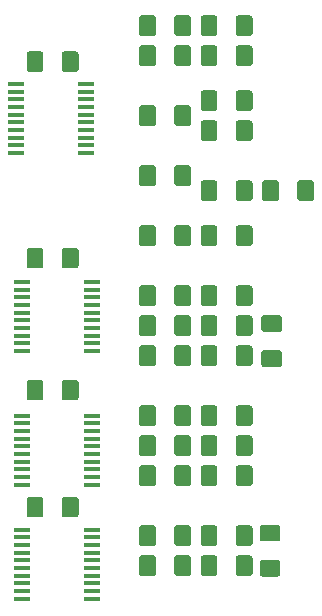
<source format=gbr>
G04 #@! TF.GenerationSoftware,KiCad,Pcbnew,(5.1.2)-2*
G04 #@! TF.CreationDate,2021-05-12T22:03:05+02:00*
G04 #@! TF.ProjectId,BeagleV Chew Toy,42656167-6c65-4562-9043-68657720546f,rev?*
G04 #@! TF.SameCoordinates,Original*
G04 #@! TF.FileFunction,Paste,Bot*
G04 #@! TF.FilePolarity,Positive*
%FSLAX46Y46*%
G04 Gerber Fmt 4.6, Leading zero omitted, Abs format (unit mm)*
G04 Created by KiCad (PCBNEW (5.1.2)-2) date 2021-05-12 22:03:05*
%MOMM*%
%LPD*%
G04 APERTURE LIST*
%ADD10C,0.100000*%
%ADD11C,1.425000*%
%ADD12R,1.450000X0.450000*%
G04 APERTURE END LIST*
D10*
G36*
X155082504Y-93868204D02*
G01*
X155106773Y-93871804D01*
X155130571Y-93877765D01*
X155153671Y-93886030D01*
X155175849Y-93896520D01*
X155196893Y-93909133D01*
X155216598Y-93923747D01*
X155234777Y-93940223D01*
X155251253Y-93958402D01*
X155265867Y-93978107D01*
X155278480Y-93999151D01*
X155288970Y-94021329D01*
X155297235Y-94044429D01*
X155303196Y-94068227D01*
X155306796Y-94092496D01*
X155308000Y-94117000D01*
X155308000Y-95367000D01*
X155306796Y-95391504D01*
X155303196Y-95415773D01*
X155297235Y-95439571D01*
X155288970Y-95462671D01*
X155278480Y-95484849D01*
X155265867Y-95505893D01*
X155251253Y-95525598D01*
X155234777Y-95543777D01*
X155216598Y-95560253D01*
X155196893Y-95574867D01*
X155175849Y-95587480D01*
X155153671Y-95597970D01*
X155130571Y-95606235D01*
X155106773Y-95612196D01*
X155082504Y-95615796D01*
X155058000Y-95617000D01*
X154133000Y-95617000D01*
X154108496Y-95615796D01*
X154084227Y-95612196D01*
X154060429Y-95606235D01*
X154037329Y-95597970D01*
X154015151Y-95587480D01*
X153994107Y-95574867D01*
X153974402Y-95560253D01*
X153956223Y-95543777D01*
X153939747Y-95525598D01*
X153925133Y-95505893D01*
X153912520Y-95484849D01*
X153902030Y-95462671D01*
X153893765Y-95439571D01*
X153887804Y-95415773D01*
X153884204Y-95391504D01*
X153883000Y-95367000D01*
X153883000Y-94117000D01*
X153884204Y-94092496D01*
X153887804Y-94068227D01*
X153893765Y-94044429D01*
X153902030Y-94021329D01*
X153912520Y-93999151D01*
X153925133Y-93978107D01*
X153939747Y-93958402D01*
X153956223Y-93940223D01*
X153974402Y-93923747D01*
X153994107Y-93909133D01*
X154015151Y-93896520D01*
X154037329Y-93886030D01*
X154060429Y-93877765D01*
X154084227Y-93871804D01*
X154108496Y-93868204D01*
X154133000Y-93867000D01*
X155058000Y-93867000D01*
X155082504Y-93868204D01*
X155082504Y-93868204D01*
G37*
D11*
X154595500Y-94742000D03*
D10*
G36*
X158057504Y-93868204D02*
G01*
X158081773Y-93871804D01*
X158105571Y-93877765D01*
X158128671Y-93886030D01*
X158150849Y-93896520D01*
X158171893Y-93909133D01*
X158191598Y-93923747D01*
X158209777Y-93940223D01*
X158226253Y-93958402D01*
X158240867Y-93978107D01*
X158253480Y-93999151D01*
X158263970Y-94021329D01*
X158272235Y-94044429D01*
X158278196Y-94068227D01*
X158281796Y-94092496D01*
X158283000Y-94117000D01*
X158283000Y-95367000D01*
X158281796Y-95391504D01*
X158278196Y-95415773D01*
X158272235Y-95439571D01*
X158263970Y-95462671D01*
X158253480Y-95484849D01*
X158240867Y-95505893D01*
X158226253Y-95525598D01*
X158209777Y-95543777D01*
X158191598Y-95560253D01*
X158171893Y-95574867D01*
X158150849Y-95587480D01*
X158128671Y-95597970D01*
X158105571Y-95606235D01*
X158081773Y-95612196D01*
X158057504Y-95615796D01*
X158033000Y-95617000D01*
X157108000Y-95617000D01*
X157083496Y-95615796D01*
X157059227Y-95612196D01*
X157035429Y-95606235D01*
X157012329Y-95597970D01*
X156990151Y-95587480D01*
X156969107Y-95574867D01*
X156949402Y-95560253D01*
X156931223Y-95543777D01*
X156914747Y-95525598D01*
X156900133Y-95505893D01*
X156887520Y-95484849D01*
X156877030Y-95462671D01*
X156868765Y-95439571D01*
X156862804Y-95415773D01*
X156859204Y-95391504D01*
X156858000Y-95367000D01*
X156858000Y-94117000D01*
X156859204Y-94092496D01*
X156862804Y-94068227D01*
X156868765Y-94044429D01*
X156877030Y-94021329D01*
X156887520Y-93999151D01*
X156900133Y-93978107D01*
X156914747Y-93958402D01*
X156931223Y-93940223D01*
X156949402Y-93923747D01*
X156969107Y-93909133D01*
X156990151Y-93896520D01*
X157012329Y-93886030D01*
X157035429Y-93877765D01*
X157059227Y-93871804D01*
X157083496Y-93868204D01*
X157108000Y-93867000D01*
X158033000Y-93867000D01*
X158057504Y-93868204D01*
X158057504Y-93868204D01*
G37*
D11*
X157570500Y-94742000D03*
D10*
G36*
X158057504Y-79898204D02*
G01*
X158081773Y-79901804D01*
X158105571Y-79907765D01*
X158128671Y-79916030D01*
X158150849Y-79926520D01*
X158171893Y-79939133D01*
X158191598Y-79953747D01*
X158209777Y-79970223D01*
X158226253Y-79988402D01*
X158240867Y-80008107D01*
X158253480Y-80029151D01*
X158263970Y-80051329D01*
X158272235Y-80074429D01*
X158278196Y-80098227D01*
X158281796Y-80122496D01*
X158283000Y-80147000D01*
X158283000Y-81397000D01*
X158281796Y-81421504D01*
X158278196Y-81445773D01*
X158272235Y-81469571D01*
X158263970Y-81492671D01*
X158253480Y-81514849D01*
X158240867Y-81535893D01*
X158226253Y-81555598D01*
X158209777Y-81573777D01*
X158191598Y-81590253D01*
X158171893Y-81604867D01*
X158150849Y-81617480D01*
X158128671Y-81627970D01*
X158105571Y-81636235D01*
X158081773Y-81642196D01*
X158057504Y-81645796D01*
X158033000Y-81647000D01*
X157108000Y-81647000D01*
X157083496Y-81645796D01*
X157059227Y-81642196D01*
X157035429Y-81636235D01*
X157012329Y-81627970D01*
X156990151Y-81617480D01*
X156969107Y-81604867D01*
X156949402Y-81590253D01*
X156931223Y-81573777D01*
X156914747Y-81555598D01*
X156900133Y-81535893D01*
X156887520Y-81514849D01*
X156877030Y-81492671D01*
X156868765Y-81469571D01*
X156862804Y-81445773D01*
X156859204Y-81421504D01*
X156858000Y-81397000D01*
X156858000Y-80147000D01*
X156859204Y-80122496D01*
X156862804Y-80098227D01*
X156868765Y-80074429D01*
X156877030Y-80051329D01*
X156887520Y-80029151D01*
X156900133Y-80008107D01*
X156914747Y-79988402D01*
X156931223Y-79970223D01*
X156949402Y-79953747D01*
X156969107Y-79939133D01*
X156990151Y-79926520D01*
X157012329Y-79916030D01*
X157035429Y-79907765D01*
X157059227Y-79901804D01*
X157083496Y-79898204D01*
X157108000Y-79897000D01*
X158033000Y-79897000D01*
X158057504Y-79898204D01*
X158057504Y-79898204D01*
G37*
D11*
X157570500Y-80772000D03*
D10*
G36*
X155082504Y-79898204D02*
G01*
X155106773Y-79901804D01*
X155130571Y-79907765D01*
X155153671Y-79916030D01*
X155175849Y-79926520D01*
X155196893Y-79939133D01*
X155216598Y-79953747D01*
X155234777Y-79970223D01*
X155251253Y-79988402D01*
X155265867Y-80008107D01*
X155278480Y-80029151D01*
X155288970Y-80051329D01*
X155297235Y-80074429D01*
X155303196Y-80098227D01*
X155306796Y-80122496D01*
X155308000Y-80147000D01*
X155308000Y-81397000D01*
X155306796Y-81421504D01*
X155303196Y-81445773D01*
X155297235Y-81469571D01*
X155288970Y-81492671D01*
X155278480Y-81514849D01*
X155265867Y-81535893D01*
X155251253Y-81555598D01*
X155234777Y-81573777D01*
X155216598Y-81590253D01*
X155196893Y-81604867D01*
X155175849Y-81617480D01*
X155153671Y-81627970D01*
X155130571Y-81636235D01*
X155106773Y-81642196D01*
X155082504Y-81645796D01*
X155058000Y-81647000D01*
X154133000Y-81647000D01*
X154108496Y-81645796D01*
X154084227Y-81642196D01*
X154060429Y-81636235D01*
X154037329Y-81627970D01*
X154015151Y-81617480D01*
X153994107Y-81604867D01*
X153974402Y-81590253D01*
X153956223Y-81573777D01*
X153939747Y-81555598D01*
X153925133Y-81535893D01*
X153912520Y-81514849D01*
X153902030Y-81492671D01*
X153893765Y-81469571D01*
X153887804Y-81445773D01*
X153884204Y-81421504D01*
X153883000Y-81397000D01*
X153883000Y-80147000D01*
X153884204Y-80122496D01*
X153887804Y-80098227D01*
X153893765Y-80074429D01*
X153902030Y-80051329D01*
X153912520Y-80029151D01*
X153925133Y-80008107D01*
X153939747Y-79988402D01*
X153956223Y-79970223D01*
X153974402Y-79953747D01*
X153994107Y-79939133D01*
X154015151Y-79926520D01*
X154037329Y-79916030D01*
X154060429Y-79907765D01*
X154084227Y-79901804D01*
X154108496Y-79898204D01*
X154133000Y-79897000D01*
X155058000Y-79897000D01*
X155082504Y-79898204D01*
X155082504Y-79898204D01*
G37*
D11*
X154595500Y-80772000D03*
D10*
G36*
X152850504Y-79898204D02*
G01*
X152874773Y-79901804D01*
X152898571Y-79907765D01*
X152921671Y-79916030D01*
X152943849Y-79926520D01*
X152964893Y-79939133D01*
X152984598Y-79953747D01*
X153002777Y-79970223D01*
X153019253Y-79988402D01*
X153033867Y-80008107D01*
X153046480Y-80029151D01*
X153056970Y-80051329D01*
X153065235Y-80074429D01*
X153071196Y-80098227D01*
X153074796Y-80122496D01*
X153076000Y-80147000D01*
X153076000Y-81397000D01*
X153074796Y-81421504D01*
X153071196Y-81445773D01*
X153065235Y-81469571D01*
X153056970Y-81492671D01*
X153046480Y-81514849D01*
X153033867Y-81535893D01*
X153019253Y-81555598D01*
X153002777Y-81573777D01*
X152984598Y-81590253D01*
X152964893Y-81604867D01*
X152943849Y-81617480D01*
X152921671Y-81627970D01*
X152898571Y-81636235D01*
X152874773Y-81642196D01*
X152850504Y-81645796D01*
X152826000Y-81647000D01*
X151901000Y-81647000D01*
X151876496Y-81645796D01*
X151852227Y-81642196D01*
X151828429Y-81636235D01*
X151805329Y-81627970D01*
X151783151Y-81617480D01*
X151762107Y-81604867D01*
X151742402Y-81590253D01*
X151724223Y-81573777D01*
X151707747Y-81555598D01*
X151693133Y-81535893D01*
X151680520Y-81514849D01*
X151670030Y-81492671D01*
X151661765Y-81469571D01*
X151655804Y-81445773D01*
X151652204Y-81421504D01*
X151651000Y-81397000D01*
X151651000Y-80147000D01*
X151652204Y-80122496D01*
X151655804Y-80098227D01*
X151661765Y-80074429D01*
X151670030Y-80051329D01*
X151680520Y-80029151D01*
X151693133Y-80008107D01*
X151707747Y-79988402D01*
X151724223Y-79970223D01*
X151742402Y-79953747D01*
X151762107Y-79939133D01*
X151783151Y-79926520D01*
X151805329Y-79916030D01*
X151828429Y-79907765D01*
X151852227Y-79901804D01*
X151876496Y-79898204D01*
X151901000Y-79897000D01*
X152826000Y-79897000D01*
X152850504Y-79898204D01*
X152850504Y-79898204D01*
G37*
D11*
X152363500Y-80772000D03*
D10*
G36*
X149875504Y-79898204D02*
G01*
X149899773Y-79901804D01*
X149923571Y-79907765D01*
X149946671Y-79916030D01*
X149968849Y-79926520D01*
X149989893Y-79939133D01*
X150009598Y-79953747D01*
X150027777Y-79970223D01*
X150044253Y-79988402D01*
X150058867Y-80008107D01*
X150071480Y-80029151D01*
X150081970Y-80051329D01*
X150090235Y-80074429D01*
X150096196Y-80098227D01*
X150099796Y-80122496D01*
X150101000Y-80147000D01*
X150101000Y-81397000D01*
X150099796Y-81421504D01*
X150096196Y-81445773D01*
X150090235Y-81469571D01*
X150081970Y-81492671D01*
X150071480Y-81514849D01*
X150058867Y-81535893D01*
X150044253Y-81555598D01*
X150027777Y-81573777D01*
X150009598Y-81590253D01*
X149989893Y-81604867D01*
X149968849Y-81617480D01*
X149946671Y-81627970D01*
X149923571Y-81636235D01*
X149899773Y-81642196D01*
X149875504Y-81645796D01*
X149851000Y-81647000D01*
X148926000Y-81647000D01*
X148901496Y-81645796D01*
X148877227Y-81642196D01*
X148853429Y-81636235D01*
X148830329Y-81627970D01*
X148808151Y-81617480D01*
X148787107Y-81604867D01*
X148767402Y-81590253D01*
X148749223Y-81573777D01*
X148732747Y-81555598D01*
X148718133Y-81535893D01*
X148705520Y-81514849D01*
X148695030Y-81492671D01*
X148686765Y-81469571D01*
X148680804Y-81445773D01*
X148677204Y-81421504D01*
X148676000Y-81397000D01*
X148676000Y-80147000D01*
X148677204Y-80122496D01*
X148680804Y-80098227D01*
X148686765Y-80074429D01*
X148695030Y-80051329D01*
X148705520Y-80029151D01*
X148718133Y-80008107D01*
X148732747Y-79988402D01*
X148749223Y-79970223D01*
X148767402Y-79953747D01*
X148787107Y-79939133D01*
X148808151Y-79926520D01*
X148830329Y-79916030D01*
X148853429Y-79907765D01*
X148877227Y-79901804D01*
X148901496Y-79898204D01*
X148926000Y-79897000D01*
X149851000Y-79897000D01*
X149875504Y-79898204D01*
X149875504Y-79898204D01*
G37*
D11*
X149388500Y-80772000D03*
D12*
X138782000Y-123440000D03*
X138782000Y-124090000D03*
X138782000Y-124740000D03*
X138782000Y-125390000D03*
X138782000Y-126040000D03*
X138782000Y-126690000D03*
X138782000Y-127340000D03*
X138782000Y-127990000D03*
X138782000Y-128640000D03*
X138782000Y-129290000D03*
X144682000Y-129290000D03*
X144682000Y-128640000D03*
X144682000Y-127990000D03*
X144682000Y-127340000D03*
X144682000Y-126690000D03*
X144682000Y-126040000D03*
X144682000Y-125390000D03*
X144682000Y-124740000D03*
X144682000Y-124090000D03*
X144682000Y-123440000D03*
X138782000Y-113788000D03*
X138782000Y-114438000D03*
X138782000Y-115088000D03*
X138782000Y-115738000D03*
X138782000Y-116388000D03*
X138782000Y-117038000D03*
X138782000Y-117688000D03*
X138782000Y-118338000D03*
X138782000Y-118988000D03*
X138782000Y-119638000D03*
X144682000Y-119638000D03*
X144682000Y-118988000D03*
X144682000Y-118338000D03*
X144682000Y-117688000D03*
X144682000Y-117038000D03*
X144682000Y-116388000D03*
X144682000Y-115738000D03*
X144682000Y-115088000D03*
X144682000Y-114438000D03*
X144682000Y-113788000D03*
X138782000Y-102485000D03*
X138782000Y-103135000D03*
X138782000Y-103785000D03*
X138782000Y-104435000D03*
X138782000Y-105085000D03*
X138782000Y-105735000D03*
X138782000Y-106385000D03*
X138782000Y-107035000D03*
X138782000Y-107685000D03*
X138782000Y-108335000D03*
X144682000Y-108335000D03*
X144682000Y-107685000D03*
X144682000Y-107035000D03*
X144682000Y-106385000D03*
X144682000Y-105735000D03*
X144682000Y-105085000D03*
X144682000Y-104435000D03*
X144682000Y-103785000D03*
X144682000Y-103135000D03*
X144682000Y-102485000D03*
X138274000Y-85710000D03*
X138274000Y-86360000D03*
X138274000Y-87010000D03*
X138274000Y-87660000D03*
X138274000Y-88310000D03*
X138274000Y-88960000D03*
X138274000Y-89610000D03*
X138274000Y-90260000D03*
X138274000Y-90910000D03*
X138274000Y-91560000D03*
X144174000Y-91560000D03*
X144174000Y-90910000D03*
X144174000Y-90260000D03*
X144174000Y-89610000D03*
X144174000Y-88960000D03*
X144174000Y-88310000D03*
X144174000Y-87660000D03*
X144174000Y-87010000D03*
X144174000Y-86360000D03*
X144174000Y-85710000D03*
D10*
G36*
X158057504Y-115458204D02*
G01*
X158081773Y-115461804D01*
X158105571Y-115467765D01*
X158128671Y-115476030D01*
X158150849Y-115486520D01*
X158171893Y-115499133D01*
X158191598Y-115513747D01*
X158209777Y-115530223D01*
X158226253Y-115548402D01*
X158240867Y-115568107D01*
X158253480Y-115589151D01*
X158263970Y-115611329D01*
X158272235Y-115634429D01*
X158278196Y-115658227D01*
X158281796Y-115682496D01*
X158283000Y-115707000D01*
X158283000Y-116957000D01*
X158281796Y-116981504D01*
X158278196Y-117005773D01*
X158272235Y-117029571D01*
X158263970Y-117052671D01*
X158253480Y-117074849D01*
X158240867Y-117095893D01*
X158226253Y-117115598D01*
X158209777Y-117133777D01*
X158191598Y-117150253D01*
X158171893Y-117164867D01*
X158150849Y-117177480D01*
X158128671Y-117187970D01*
X158105571Y-117196235D01*
X158081773Y-117202196D01*
X158057504Y-117205796D01*
X158033000Y-117207000D01*
X157108000Y-117207000D01*
X157083496Y-117205796D01*
X157059227Y-117202196D01*
X157035429Y-117196235D01*
X157012329Y-117187970D01*
X156990151Y-117177480D01*
X156969107Y-117164867D01*
X156949402Y-117150253D01*
X156931223Y-117133777D01*
X156914747Y-117115598D01*
X156900133Y-117095893D01*
X156887520Y-117074849D01*
X156877030Y-117052671D01*
X156868765Y-117029571D01*
X156862804Y-117005773D01*
X156859204Y-116981504D01*
X156858000Y-116957000D01*
X156858000Y-115707000D01*
X156859204Y-115682496D01*
X156862804Y-115658227D01*
X156868765Y-115634429D01*
X156877030Y-115611329D01*
X156887520Y-115589151D01*
X156900133Y-115568107D01*
X156914747Y-115548402D01*
X156931223Y-115530223D01*
X156949402Y-115513747D01*
X156969107Y-115499133D01*
X156990151Y-115486520D01*
X157012329Y-115476030D01*
X157035429Y-115467765D01*
X157059227Y-115461804D01*
X157083496Y-115458204D01*
X157108000Y-115457000D01*
X158033000Y-115457000D01*
X158057504Y-115458204D01*
X158057504Y-115458204D01*
G37*
D11*
X157570500Y-116332000D03*
D10*
G36*
X155082504Y-115458204D02*
G01*
X155106773Y-115461804D01*
X155130571Y-115467765D01*
X155153671Y-115476030D01*
X155175849Y-115486520D01*
X155196893Y-115499133D01*
X155216598Y-115513747D01*
X155234777Y-115530223D01*
X155251253Y-115548402D01*
X155265867Y-115568107D01*
X155278480Y-115589151D01*
X155288970Y-115611329D01*
X155297235Y-115634429D01*
X155303196Y-115658227D01*
X155306796Y-115682496D01*
X155308000Y-115707000D01*
X155308000Y-116957000D01*
X155306796Y-116981504D01*
X155303196Y-117005773D01*
X155297235Y-117029571D01*
X155288970Y-117052671D01*
X155278480Y-117074849D01*
X155265867Y-117095893D01*
X155251253Y-117115598D01*
X155234777Y-117133777D01*
X155216598Y-117150253D01*
X155196893Y-117164867D01*
X155175849Y-117177480D01*
X155153671Y-117187970D01*
X155130571Y-117196235D01*
X155106773Y-117202196D01*
X155082504Y-117205796D01*
X155058000Y-117207000D01*
X154133000Y-117207000D01*
X154108496Y-117205796D01*
X154084227Y-117202196D01*
X154060429Y-117196235D01*
X154037329Y-117187970D01*
X154015151Y-117177480D01*
X153994107Y-117164867D01*
X153974402Y-117150253D01*
X153956223Y-117133777D01*
X153939747Y-117115598D01*
X153925133Y-117095893D01*
X153912520Y-117074849D01*
X153902030Y-117052671D01*
X153893765Y-117029571D01*
X153887804Y-117005773D01*
X153884204Y-116981504D01*
X153883000Y-116957000D01*
X153883000Y-115707000D01*
X153884204Y-115682496D01*
X153887804Y-115658227D01*
X153893765Y-115634429D01*
X153902030Y-115611329D01*
X153912520Y-115589151D01*
X153925133Y-115568107D01*
X153939747Y-115548402D01*
X153956223Y-115530223D01*
X153974402Y-115513747D01*
X153994107Y-115499133D01*
X154015151Y-115486520D01*
X154037329Y-115476030D01*
X154060429Y-115467765D01*
X154084227Y-115461804D01*
X154108496Y-115458204D01*
X154133000Y-115457000D01*
X155058000Y-115457000D01*
X155082504Y-115458204D01*
X155082504Y-115458204D01*
G37*
D11*
X154595500Y-116332000D03*
D10*
G36*
X152850504Y-117998204D02*
G01*
X152874773Y-118001804D01*
X152898571Y-118007765D01*
X152921671Y-118016030D01*
X152943849Y-118026520D01*
X152964893Y-118039133D01*
X152984598Y-118053747D01*
X153002777Y-118070223D01*
X153019253Y-118088402D01*
X153033867Y-118108107D01*
X153046480Y-118129151D01*
X153056970Y-118151329D01*
X153065235Y-118174429D01*
X153071196Y-118198227D01*
X153074796Y-118222496D01*
X153076000Y-118247000D01*
X153076000Y-119497000D01*
X153074796Y-119521504D01*
X153071196Y-119545773D01*
X153065235Y-119569571D01*
X153056970Y-119592671D01*
X153046480Y-119614849D01*
X153033867Y-119635893D01*
X153019253Y-119655598D01*
X153002777Y-119673777D01*
X152984598Y-119690253D01*
X152964893Y-119704867D01*
X152943849Y-119717480D01*
X152921671Y-119727970D01*
X152898571Y-119736235D01*
X152874773Y-119742196D01*
X152850504Y-119745796D01*
X152826000Y-119747000D01*
X151901000Y-119747000D01*
X151876496Y-119745796D01*
X151852227Y-119742196D01*
X151828429Y-119736235D01*
X151805329Y-119727970D01*
X151783151Y-119717480D01*
X151762107Y-119704867D01*
X151742402Y-119690253D01*
X151724223Y-119673777D01*
X151707747Y-119655598D01*
X151693133Y-119635893D01*
X151680520Y-119614849D01*
X151670030Y-119592671D01*
X151661765Y-119569571D01*
X151655804Y-119545773D01*
X151652204Y-119521504D01*
X151651000Y-119497000D01*
X151651000Y-118247000D01*
X151652204Y-118222496D01*
X151655804Y-118198227D01*
X151661765Y-118174429D01*
X151670030Y-118151329D01*
X151680520Y-118129151D01*
X151693133Y-118108107D01*
X151707747Y-118088402D01*
X151724223Y-118070223D01*
X151742402Y-118053747D01*
X151762107Y-118039133D01*
X151783151Y-118026520D01*
X151805329Y-118016030D01*
X151828429Y-118007765D01*
X151852227Y-118001804D01*
X151876496Y-117998204D01*
X151901000Y-117997000D01*
X152826000Y-117997000D01*
X152850504Y-117998204D01*
X152850504Y-117998204D01*
G37*
D11*
X152363500Y-118872000D03*
D10*
G36*
X149875504Y-117998204D02*
G01*
X149899773Y-118001804D01*
X149923571Y-118007765D01*
X149946671Y-118016030D01*
X149968849Y-118026520D01*
X149989893Y-118039133D01*
X150009598Y-118053747D01*
X150027777Y-118070223D01*
X150044253Y-118088402D01*
X150058867Y-118108107D01*
X150071480Y-118129151D01*
X150081970Y-118151329D01*
X150090235Y-118174429D01*
X150096196Y-118198227D01*
X150099796Y-118222496D01*
X150101000Y-118247000D01*
X150101000Y-119497000D01*
X150099796Y-119521504D01*
X150096196Y-119545773D01*
X150090235Y-119569571D01*
X150081970Y-119592671D01*
X150071480Y-119614849D01*
X150058867Y-119635893D01*
X150044253Y-119655598D01*
X150027777Y-119673777D01*
X150009598Y-119690253D01*
X149989893Y-119704867D01*
X149968849Y-119717480D01*
X149946671Y-119727970D01*
X149923571Y-119736235D01*
X149899773Y-119742196D01*
X149875504Y-119745796D01*
X149851000Y-119747000D01*
X148926000Y-119747000D01*
X148901496Y-119745796D01*
X148877227Y-119742196D01*
X148853429Y-119736235D01*
X148830329Y-119727970D01*
X148808151Y-119717480D01*
X148787107Y-119704867D01*
X148767402Y-119690253D01*
X148749223Y-119673777D01*
X148732747Y-119655598D01*
X148718133Y-119635893D01*
X148705520Y-119614849D01*
X148695030Y-119592671D01*
X148686765Y-119569571D01*
X148680804Y-119545773D01*
X148677204Y-119521504D01*
X148676000Y-119497000D01*
X148676000Y-118247000D01*
X148677204Y-118222496D01*
X148680804Y-118198227D01*
X148686765Y-118174429D01*
X148695030Y-118151329D01*
X148705520Y-118129151D01*
X148718133Y-118108107D01*
X148732747Y-118088402D01*
X148749223Y-118070223D01*
X148767402Y-118053747D01*
X148787107Y-118039133D01*
X148808151Y-118026520D01*
X148830329Y-118016030D01*
X148853429Y-118007765D01*
X148877227Y-118001804D01*
X148901496Y-117998204D01*
X148926000Y-117997000D01*
X149851000Y-117997000D01*
X149875504Y-117998204D01*
X149875504Y-117998204D01*
G37*
D11*
X149388500Y-118872000D03*
D10*
G36*
X152850504Y-115458204D02*
G01*
X152874773Y-115461804D01*
X152898571Y-115467765D01*
X152921671Y-115476030D01*
X152943849Y-115486520D01*
X152964893Y-115499133D01*
X152984598Y-115513747D01*
X153002777Y-115530223D01*
X153019253Y-115548402D01*
X153033867Y-115568107D01*
X153046480Y-115589151D01*
X153056970Y-115611329D01*
X153065235Y-115634429D01*
X153071196Y-115658227D01*
X153074796Y-115682496D01*
X153076000Y-115707000D01*
X153076000Y-116957000D01*
X153074796Y-116981504D01*
X153071196Y-117005773D01*
X153065235Y-117029571D01*
X153056970Y-117052671D01*
X153046480Y-117074849D01*
X153033867Y-117095893D01*
X153019253Y-117115598D01*
X153002777Y-117133777D01*
X152984598Y-117150253D01*
X152964893Y-117164867D01*
X152943849Y-117177480D01*
X152921671Y-117187970D01*
X152898571Y-117196235D01*
X152874773Y-117202196D01*
X152850504Y-117205796D01*
X152826000Y-117207000D01*
X151901000Y-117207000D01*
X151876496Y-117205796D01*
X151852227Y-117202196D01*
X151828429Y-117196235D01*
X151805329Y-117187970D01*
X151783151Y-117177480D01*
X151762107Y-117164867D01*
X151742402Y-117150253D01*
X151724223Y-117133777D01*
X151707747Y-117115598D01*
X151693133Y-117095893D01*
X151680520Y-117074849D01*
X151670030Y-117052671D01*
X151661765Y-117029571D01*
X151655804Y-117005773D01*
X151652204Y-116981504D01*
X151651000Y-116957000D01*
X151651000Y-115707000D01*
X151652204Y-115682496D01*
X151655804Y-115658227D01*
X151661765Y-115634429D01*
X151670030Y-115611329D01*
X151680520Y-115589151D01*
X151693133Y-115568107D01*
X151707747Y-115548402D01*
X151724223Y-115530223D01*
X151742402Y-115513747D01*
X151762107Y-115499133D01*
X151783151Y-115486520D01*
X151805329Y-115476030D01*
X151828429Y-115467765D01*
X151852227Y-115461804D01*
X151876496Y-115458204D01*
X151901000Y-115457000D01*
X152826000Y-115457000D01*
X152850504Y-115458204D01*
X152850504Y-115458204D01*
G37*
D11*
X152363500Y-116332000D03*
D10*
G36*
X149875504Y-115458204D02*
G01*
X149899773Y-115461804D01*
X149923571Y-115467765D01*
X149946671Y-115476030D01*
X149968849Y-115486520D01*
X149989893Y-115499133D01*
X150009598Y-115513747D01*
X150027777Y-115530223D01*
X150044253Y-115548402D01*
X150058867Y-115568107D01*
X150071480Y-115589151D01*
X150081970Y-115611329D01*
X150090235Y-115634429D01*
X150096196Y-115658227D01*
X150099796Y-115682496D01*
X150101000Y-115707000D01*
X150101000Y-116957000D01*
X150099796Y-116981504D01*
X150096196Y-117005773D01*
X150090235Y-117029571D01*
X150081970Y-117052671D01*
X150071480Y-117074849D01*
X150058867Y-117095893D01*
X150044253Y-117115598D01*
X150027777Y-117133777D01*
X150009598Y-117150253D01*
X149989893Y-117164867D01*
X149968849Y-117177480D01*
X149946671Y-117187970D01*
X149923571Y-117196235D01*
X149899773Y-117202196D01*
X149875504Y-117205796D01*
X149851000Y-117207000D01*
X148926000Y-117207000D01*
X148901496Y-117205796D01*
X148877227Y-117202196D01*
X148853429Y-117196235D01*
X148830329Y-117187970D01*
X148808151Y-117177480D01*
X148787107Y-117164867D01*
X148767402Y-117150253D01*
X148749223Y-117133777D01*
X148732747Y-117115598D01*
X148718133Y-117095893D01*
X148705520Y-117074849D01*
X148695030Y-117052671D01*
X148686765Y-117029571D01*
X148680804Y-117005773D01*
X148677204Y-116981504D01*
X148676000Y-116957000D01*
X148676000Y-115707000D01*
X148677204Y-115682496D01*
X148680804Y-115658227D01*
X148686765Y-115634429D01*
X148695030Y-115611329D01*
X148705520Y-115589151D01*
X148718133Y-115568107D01*
X148732747Y-115548402D01*
X148749223Y-115530223D01*
X148767402Y-115513747D01*
X148787107Y-115499133D01*
X148808151Y-115486520D01*
X148830329Y-115476030D01*
X148853429Y-115467765D01*
X148877227Y-115461804D01*
X148901496Y-115458204D01*
X148926000Y-115457000D01*
X149851000Y-115457000D01*
X149875504Y-115458204D01*
X149875504Y-115458204D01*
G37*
D11*
X149388500Y-116332000D03*
D10*
G36*
X158057504Y-112918204D02*
G01*
X158081773Y-112921804D01*
X158105571Y-112927765D01*
X158128671Y-112936030D01*
X158150849Y-112946520D01*
X158171893Y-112959133D01*
X158191598Y-112973747D01*
X158209777Y-112990223D01*
X158226253Y-113008402D01*
X158240867Y-113028107D01*
X158253480Y-113049151D01*
X158263970Y-113071329D01*
X158272235Y-113094429D01*
X158278196Y-113118227D01*
X158281796Y-113142496D01*
X158283000Y-113167000D01*
X158283000Y-114417000D01*
X158281796Y-114441504D01*
X158278196Y-114465773D01*
X158272235Y-114489571D01*
X158263970Y-114512671D01*
X158253480Y-114534849D01*
X158240867Y-114555893D01*
X158226253Y-114575598D01*
X158209777Y-114593777D01*
X158191598Y-114610253D01*
X158171893Y-114624867D01*
X158150849Y-114637480D01*
X158128671Y-114647970D01*
X158105571Y-114656235D01*
X158081773Y-114662196D01*
X158057504Y-114665796D01*
X158033000Y-114667000D01*
X157108000Y-114667000D01*
X157083496Y-114665796D01*
X157059227Y-114662196D01*
X157035429Y-114656235D01*
X157012329Y-114647970D01*
X156990151Y-114637480D01*
X156969107Y-114624867D01*
X156949402Y-114610253D01*
X156931223Y-114593777D01*
X156914747Y-114575598D01*
X156900133Y-114555893D01*
X156887520Y-114534849D01*
X156877030Y-114512671D01*
X156868765Y-114489571D01*
X156862804Y-114465773D01*
X156859204Y-114441504D01*
X156858000Y-114417000D01*
X156858000Y-113167000D01*
X156859204Y-113142496D01*
X156862804Y-113118227D01*
X156868765Y-113094429D01*
X156877030Y-113071329D01*
X156887520Y-113049151D01*
X156900133Y-113028107D01*
X156914747Y-113008402D01*
X156931223Y-112990223D01*
X156949402Y-112973747D01*
X156969107Y-112959133D01*
X156990151Y-112946520D01*
X157012329Y-112936030D01*
X157035429Y-112927765D01*
X157059227Y-112921804D01*
X157083496Y-112918204D01*
X157108000Y-112917000D01*
X158033000Y-112917000D01*
X158057504Y-112918204D01*
X158057504Y-112918204D01*
G37*
D11*
X157570500Y-113792000D03*
D10*
G36*
X155082504Y-112918204D02*
G01*
X155106773Y-112921804D01*
X155130571Y-112927765D01*
X155153671Y-112936030D01*
X155175849Y-112946520D01*
X155196893Y-112959133D01*
X155216598Y-112973747D01*
X155234777Y-112990223D01*
X155251253Y-113008402D01*
X155265867Y-113028107D01*
X155278480Y-113049151D01*
X155288970Y-113071329D01*
X155297235Y-113094429D01*
X155303196Y-113118227D01*
X155306796Y-113142496D01*
X155308000Y-113167000D01*
X155308000Y-114417000D01*
X155306796Y-114441504D01*
X155303196Y-114465773D01*
X155297235Y-114489571D01*
X155288970Y-114512671D01*
X155278480Y-114534849D01*
X155265867Y-114555893D01*
X155251253Y-114575598D01*
X155234777Y-114593777D01*
X155216598Y-114610253D01*
X155196893Y-114624867D01*
X155175849Y-114637480D01*
X155153671Y-114647970D01*
X155130571Y-114656235D01*
X155106773Y-114662196D01*
X155082504Y-114665796D01*
X155058000Y-114667000D01*
X154133000Y-114667000D01*
X154108496Y-114665796D01*
X154084227Y-114662196D01*
X154060429Y-114656235D01*
X154037329Y-114647970D01*
X154015151Y-114637480D01*
X153994107Y-114624867D01*
X153974402Y-114610253D01*
X153956223Y-114593777D01*
X153939747Y-114575598D01*
X153925133Y-114555893D01*
X153912520Y-114534849D01*
X153902030Y-114512671D01*
X153893765Y-114489571D01*
X153887804Y-114465773D01*
X153884204Y-114441504D01*
X153883000Y-114417000D01*
X153883000Y-113167000D01*
X153884204Y-113142496D01*
X153887804Y-113118227D01*
X153893765Y-113094429D01*
X153902030Y-113071329D01*
X153912520Y-113049151D01*
X153925133Y-113028107D01*
X153939747Y-113008402D01*
X153956223Y-112990223D01*
X153974402Y-112973747D01*
X153994107Y-112959133D01*
X154015151Y-112946520D01*
X154037329Y-112936030D01*
X154060429Y-112927765D01*
X154084227Y-112921804D01*
X154108496Y-112918204D01*
X154133000Y-112917000D01*
X155058000Y-112917000D01*
X155082504Y-112918204D01*
X155082504Y-112918204D01*
G37*
D11*
X154595500Y-113792000D03*
D10*
G36*
X152850504Y-112918204D02*
G01*
X152874773Y-112921804D01*
X152898571Y-112927765D01*
X152921671Y-112936030D01*
X152943849Y-112946520D01*
X152964893Y-112959133D01*
X152984598Y-112973747D01*
X153002777Y-112990223D01*
X153019253Y-113008402D01*
X153033867Y-113028107D01*
X153046480Y-113049151D01*
X153056970Y-113071329D01*
X153065235Y-113094429D01*
X153071196Y-113118227D01*
X153074796Y-113142496D01*
X153076000Y-113167000D01*
X153076000Y-114417000D01*
X153074796Y-114441504D01*
X153071196Y-114465773D01*
X153065235Y-114489571D01*
X153056970Y-114512671D01*
X153046480Y-114534849D01*
X153033867Y-114555893D01*
X153019253Y-114575598D01*
X153002777Y-114593777D01*
X152984598Y-114610253D01*
X152964893Y-114624867D01*
X152943849Y-114637480D01*
X152921671Y-114647970D01*
X152898571Y-114656235D01*
X152874773Y-114662196D01*
X152850504Y-114665796D01*
X152826000Y-114667000D01*
X151901000Y-114667000D01*
X151876496Y-114665796D01*
X151852227Y-114662196D01*
X151828429Y-114656235D01*
X151805329Y-114647970D01*
X151783151Y-114637480D01*
X151762107Y-114624867D01*
X151742402Y-114610253D01*
X151724223Y-114593777D01*
X151707747Y-114575598D01*
X151693133Y-114555893D01*
X151680520Y-114534849D01*
X151670030Y-114512671D01*
X151661765Y-114489571D01*
X151655804Y-114465773D01*
X151652204Y-114441504D01*
X151651000Y-114417000D01*
X151651000Y-113167000D01*
X151652204Y-113142496D01*
X151655804Y-113118227D01*
X151661765Y-113094429D01*
X151670030Y-113071329D01*
X151680520Y-113049151D01*
X151693133Y-113028107D01*
X151707747Y-113008402D01*
X151724223Y-112990223D01*
X151742402Y-112973747D01*
X151762107Y-112959133D01*
X151783151Y-112946520D01*
X151805329Y-112936030D01*
X151828429Y-112927765D01*
X151852227Y-112921804D01*
X151876496Y-112918204D01*
X151901000Y-112917000D01*
X152826000Y-112917000D01*
X152850504Y-112918204D01*
X152850504Y-112918204D01*
G37*
D11*
X152363500Y-113792000D03*
D10*
G36*
X149875504Y-112918204D02*
G01*
X149899773Y-112921804D01*
X149923571Y-112927765D01*
X149946671Y-112936030D01*
X149968849Y-112946520D01*
X149989893Y-112959133D01*
X150009598Y-112973747D01*
X150027777Y-112990223D01*
X150044253Y-113008402D01*
X150058867Y-113028107D01*
X150071480Y-113049151D01*
X150081970Y-113071329D01*
X150090235Y-113094429D01*
X150096196Y-113118227D01*
X150099796Y-113142496D01*
X150101000Y-113167000D01*
X150101000Y-114417000D01*
X150099796Y-114441504D01*
X150096196Y-114465773D01*
X150090235Y-114489571D01*
X150081970Y-114512671D01*
X150071480Y-114534849D01*
X150058867Y-114555893D01*
X150044253Y-114575598D01*
X150027777Y-114593777D01*
X150009598Y-114610253D01*
X149989893Y-114624867D01*
X149968849Y-114637480D01*
X149946671Y-114647970D01*
X149923571Y-114656235D01*
X149899773Y-114662196D01*
X149875504Y-114665796D01*
X149851000Y-114667000D01*
X148926000Y-114667000D01*
X148901496Y-114665796D01*
X148877227Y-114662196D01*
X148853429Y-114656235D01*
X148830329Y-114647970D01*
X148808151Y-114637480D01*
X148787107Y-114624867D01*
X148767402Y-114610253D01*
X148749223Y-114593777D01*
X148732747Y-114575598D01*
X148718133Y-114555893D01*
X148705520Y-114534849D01*
X148695030Y-114512671D01*
X148686765Y-114489571D01*
X148680804Y-114465773D01*
X148677204Y-114441504D01*
X148676000Y-114417000D01*
X148676000Y-113167000D01*
X148677204Y-113142496D01*
X148680804Y-113118227D01*
X148686765Y-113094429D01*
X148695030Y-113071329D01*
X148705520Y-113049151D01*
X148718133Y-113028107D01*
X148732747Y-113008402D01*
X148749223Y-112990223D01*
X148767402Y-112973747D01*
X148787107Y-112959133D01*
X148808151Y-112946520D01*
X148830329Y-112936030D01*
X148853429Y-112927765D01*
X148877227Y-112921804D01*
X148901496Y-112918204D01*
X148926000Y-112917000D01*
X149851000Y-112917000D01*
X149875504Y-112918204D01*
X149875504Y-112918204D01*
G37*
D11*
X149388500Y-113792000D03*
D10*
G36*
X160542504Y-108254704D02*
G01*
X160566773Y-108258304D01*
X160590571Y-108264265D01*
X160613671Y-108272530D01*
X160635849Y-108283020D01*
X160656893Y-108295633D01*
X160676598Y-108310247D01*
X160694777Y-108326723D01*
X160711253Y-108344902D01*
X160725867Y-108364607D01*
X160738480Y-108385651D01*
X160748970Y-108407829D01*
X160757235Y-108430929D01*
X160763196Y-108454727D01*
X160766796Y-108478996D01*
X160768000Y-108503500D01*
X160768000Y-109428500D01*
X160766796Y-109453004D01*
X160763196Y-109477273D01*
X160757235Y-109501071D01*
X160748970Y-109524171D01*
X160738480Y-109546349D01*
X160725867Y-109567393D01*
X160711253Y-109587098D01*
X160694777Y-109605277D01*
X160676598Y-109621753D01*
X160656893Y-109636367D01*
X160635849Y-109648980D01*
X160613671Y-109659470D01*
X160590571Y-109667735D01*
X160566773Y-109673696D01*
X160542504Y-109677296D01*
X160518000Y-109678500D01*
X159268000Y-109678500D01*
X159243496Y-109677296D01*
X159219227Y-109673696D01*
X159195429Y-109667735D01*
X159172329Y-109659470D01*
X159150151Y-109648980D01*
X159129107Y-109636367D01*
X159109402Y-109621753D01*
X159091223Y-109605277D01*
X159074747Y-109587098D01*
X159060133Y-109567393D01*
X159047520Y-109546349D01*
X159037030Y-109524171D01*
X159028765Y-109501071D01*
X159022804Y-109477273D01*
X159019204Y-109453004D01*
X159018000Y-109428500D01*
X159018000Y-108503500D01*
X159019204Y-108478996D01*
X159022804Y-108454727D01*
X159028765Y-108430929D01*
X159037030Y-108407829D01*
X159047520Y-108385651D01*
X159060133Y-108364607D01*
X159074747Y-108344902D01*
X159091223Y-108326723D01*
X159109402Y-108310247D01*
X159129107Y-108295633D01*
X159150151Y-108283020D01*
X159172329Y-108272530D01*
X159195429Y-108264265D01*
X159219227Y-108258304D01*
X159243496Y-108254704D01*
X159268000Y-108253500D01*
X160518000Y-108253500D01*
X160542504Y-108254704D01*
X160542504Y-108254704D01*
G37*
D11*
X159893000Y-108966000D03*
D10*
G36*
X160542504Y-105279704D02*
G01*
X160566773Y-105283304D01*
X160590571Y-105289265D01*
X160613671Y-105297530D01*
X160635849Y-105308020D01*
X160656893Y-105320633D01*
X160676598Y-105335247D01*
X160694777Y-105351723D01*
X160711253Y-105369902D01*
X160725867Y-105389607D01*
X160738480Y-105410651D01*
X160748970Y-105432829D01*
X160757235Y-105455929D01*
X160763196Y-105479727D01*
X160766796Y-105503996D01*
X160768000Y-105528500D01*
X160768000Y-106453500D01*
X160766796Y-106478004D01*
X160763196Y-106502273D01*
X160757235Y-106526071D01*
X160748970Y-106549171D01*
X160738480Y-106571349D01*
X160725867Y-106592393D01*
X160711253Y-106612098D01*
X160694777Y-106630277D01*
X160676598Y-106646753D01*
X160656893Y-106661367D01*
X160635849Y-106673980D01*
X160613671Y-106684470D01*
X160590571Y-106692735D01*
X160566773Y-106698696D01*
X160542504Y-106702296D01*
X160518000Y-106703500D01*
X159268000Y-106703500D01*
X159243496Y-106702296D01*
X159219227Y-106698696D01*
X159195429Y-106692735D01*
X159172329Y-106684470D01*
X159150151Y-106673980D01*
X159129107Y-106661367D01*
X159109402Y-106646753D01*
X159091223Y-106630277D01*
X159074747Y-106612098D01*
X159060133Y-106592393D01*
X159047520Y-106571349D01*
X159037030Y-106549171D01*
X159028765Y-106526071D01*
X159022804Y-106502273D01*
X159019204Y-106478004D01*
X159018000Y-106453500D01*
X159018000Y-105528500D01*
X159019204Y-105503996D01*
X159022804Y-105479727D01*
X159028765Y-105455929D01*
X159037030Y-105432829D01*
X159047520Y-105410651D01*
X159060133Y-105389607D01*
X159074747Y-105369902D01*
X159091223Y-105351723D01*
X159109402Y-105335247D01*
X159129107Y-105320633D01*
X159150151Y-105308020D01*
X159172329Y-105297530D01*
X159195429Y-105289265D01*
X159219227Y-105283304D01*
X159243496Y-105279704D01*
X159268000Y-105278500D01*
X160518000Y-105278500D01*
X160542504Y-105279704D01*
X160542504Y-105279704D01*
G37*
D11*
X159893000Y-105991000D03*
D10*
G36*
X152850504Y-123078204D02*
G01*
X152874773Y-123081804D01*
X152898571Y-123087765D01*
X152921671Y-123096030D01*
X152943849Y-123106520D01*
X152964893Y-123119133D01*
X152984598Y-123133747D01*
X153002777Y-123150223D01*
X153019253Y-123168402D01*
X153033867Y-123188107D01*
X153046480Y-123209151D01*
X153056970Y-123231329D01*
X153065235Y-123254429D01*
X153071196Y-123278227D01*
X153074796Y-123302496D01*
X153076000Y-123327000D01*
X153076000Y-124577000D01*
X153074796Y-124601504D01*
X153071196Y-124625773D01*
X153065235Y-124649571D01*
X153056970Y-124672671D01*
X153046480Y-124694849D01*
X153033867Y-124715893D01*
X153019253Y-124735598D01*
X153002777Y-124753777D01*
X152984598Y-124770253D01*
X152964893Y-124784867D01*
X152943849Y-124797480D01*
X152921671Y-124807970D01*
X152898571Y-124816235D01*
X152874773Y-124822196D01*
X152850504Y-124825796D01*
X152826000Y-124827000D01*
X151901000Y-124827000D01*
X151876496Y-124825796D01*
X151852227Y-124822196D01*
X151828429Y-124816235D01*
X151805329Y-124807970D01*
X151783151Y-124797480D01*
X151762107Y-124784867D01*
X151742402Y-124770253D01*
X151724223Y-124753777D01*
X151707747Y-124735598D01*
X151693133Y-124715893D01*
X151680520Y-124694849D01*
X151670030Y-124672671D01*
X151661765Y-124649571D01*
X151655804Y-124625773D01*
X151652204Y-124601504D01*
X151651000Y-124577000D01*
X151651000Y-123327000D01*
X151652204Y-123302496D01*
X151655804Y-123278227D01*
X151661765Y-123254429D01*
X151670030Y-123231329D01*
X151680520Y-123209151D01*
X151693133Y-123188107D01*
X151707747Y-123168402D01*
X151724223Y-123150223D01*
X151742402Y-123133747D01*
X151762107Y-123119133D01*
X151783151Y-123106520D01*
X151805329Y-123096030D01*
X151828429Y-123087765D01*
X151852227Y-123081804D01*
X151876496Y-123078204D01*
X151901000Y-123077000D01*
X152826000Y-123077000D01*
X152850504Y-123078204D01*
X152850504Y-123078204D01*
G37*
D11*
X152363500Y-123952000D03*
D10*
G36*
X149875504Y-123078204D02*
G01*
X149899773Y-123081804D01*
X149923571Y-123087765D01*
X149946671Y-123096030D01*
X149968849Y-123106520D01*
X149989893Y-123119133D01*
X150009598Y-123133747D01*
X150027777Y-123150223D01*
X150044253Y-123168402D01*
X150058867Y-123188107D01*
X150071480Y-123209151D01*
X150081970Y-123231329D01*
X150090235Y-123254429D01*
X150096196Y-123278227D01*
X150099796Y-123302496D01*
X150101000Y-123327000D01*
X150101000Y-124577000D01*
X150099796Y-124601504D01*
X150096196Y-124625773D01*
X150090235Y-124649571D01*
X150081970Y-124672671D01*
X150071480Y-124694849D01*
X150058867Y-124715893D01*
X150044253Y-124735598D01*
X150027777Y-124753777D01*
X150009598Y-124770253D01*
X149989893Y-124784867D01*
X149968849Y-124797480D01*
X149946671Y-124807970D01*
X149923571Y-124816235D01*
X149899773Y-124822196D01*
X149875504Y-124825796D01*
X149851000Y-124827000D01*
X148926000Y-124827000D01*
X148901496Y-124825796D01*
X148877227Y-124822196D01*
X148853429Y-124816235D01*
X148830329Y-124807970D01*
X148808151Y-124797480D01*
X148787107Y-124784867D01*
X148767402Y-124770253D01*
X148749223Y-124753777D01*
X148732747Y-124735598D01*
X148718133Y-124715893D01*
X148705520Y-124694849D01*
X148695030Y-124672671D01*
X148686765Y-124649571D01*
X148680804Y-124625773D01*
X148677204Y-124601504D01*
X148676000Y-124577000D01*
X148676000Y-123327000D01*
X148677204Y-123302496D01*
X148680804Y-123278227D01*
X148686765Y-123254429D01*
X148695030Y-123231329D01*
X148705520Y-123209151D01*
X148718133Y-123188107D01*
X148732747Y-123168402D01*
X148749223Y-123150223D01*
X148767402Y-123133747D01*
X148787107Y-123119133D01*
X148808151Y-123106520D01*
X148830329Y-123096030D01*
X148853429Y-123087765D01*
X148877227Y-123081804D01*
X148901496Y-123078204D01*
X148926000Y-123077000D01*
X149851000Y-123077000D01*
X149875504Y-123078204D01*
X149875504Y-123078204D01*
G37*
D11*
X149388500Y-123952000D03*
D10*
G36*
X158057504Y-107838204D02*
G01*
X158081773Y-107841804D01*
X158105571Y-107847765D01*
X158128671Y-107856030D01*
X158150849Y-107866520D01*
X158171893Y-107879133D01*
X158191598Y-107893747D01*
X158209777Y-107910223D01*
X158226253Y-107928402D01*
X158240867Y-107948107D01*
X158253480Y-107969151D01*
X158263970Y-107991329D01*
X158272235Y-108014429D01*
X158278196Y-108038227D01*
X158281796Y-108062496D01*
X158283000Y-108087000D01*
X158283000Y-109337000D01*
X158281796Y-109361504D01*
X158278196Y-109385773D01*
X158272235Y-109409571D01*
X158263970Y-109432671D01*
X158253480Y-109454849D01*
X158240867Y-109475893D01*
X158226253Y-109495598D01*
X158209777Y-109513777D01*
X158191598Y-109530253D01*
X158171893Y-109544867D01*
X158150849Y-109557480D01*
X158128671Y-109567970D01*
X158105571Y-109576235D01*
X158081773Y-109582196D01*
X158057504Y-109585796D01*
X158033000Y-109587000D01*
X157108000Y-109587000D01*
X157083496Y-109585796D01*
X157059227Y-109582196D01*
X157035429Y-109576235D01*
X157012329Y-109567970D01*
X156990151Y-109557480D01*
X156969107Y-109544867D01*
X156949402Y-109530253D01*
X156931223Y-109513777D01*
X156914747Y-109495598D01*
X156900133Y-109475893D01*
X156887520Y-109454849D01*
X156877030Y-109432671D01*
X156868765Y-109409571D01*
X156862804Y-109385773D01*
X156859204Y-109361504D01*
X156858000Y-109337000D01*
X156858000Y-108087000D01*
X156859204Y-108062496D01*
X156862804Y-108038227D01*
X156868765Y-108014429D01*
X156877030Y-107991329D01*
X156887520Y-107969151D01*
X156900133Y-107948107D01*
X156914747Y-107928402D01*
X156931223Y-107910223D01*
X156949402Y-107893747D01*
X156969107Y-107879133D01*
X156990151Y-107866520D01*
X157012329Y-107856030D01*
X157035429Y-107847765D01*
X157059227Y-107841804D01*
X157083496Y-107838204D01*
X157108000Y-107837000D01*
X158033000Y-107837000D01*
X158057504Y-107838204D01*
X158057504Y-107838204D01*
G37*
D11*
X157570500Y-108712000D03*
D10*
G36*
X155082504Y-107838204D02*
G01*
X155106773Y-107841804D01*
X155130571Y-107847765D01*
X155153671Y-107856030D01*
X155175849Y-107866520D01*
X155196893Y-107879133D01*
X155216598Y-107893747D01*
X155234777Y-107910223D01*
X155251253Y-107928402D01*
X155265867Y-107948107D01*
X155278480Y-107969151D01*
X155288970Y-107991329D01*
X155297235Y-108014429D01*
X155303196Y-108038227D01*
X155306796Y-108062496D01*
X155308000Y-108087000D01*
X155308000Y-109337000D01*
X155306796Y-109361504D01*
X155303196Y-109385773D01*
X155297235Y-109409571D01*
X155288970Y-109432671D01*
X155278480Y-109454849D01*
X155265867Y-109475893D01*
X155251253Y-109495598D01*
X155234777Y-109513777D01*
X155216598Y-109530253D01*
X155196893Y-109544867D01*
X155175849Y-109557480D01*
X155153671Y-109567970D01*
X155130571Y-109576235D01*
X155106773Y-109582196D01*
X155082504Y-109585796D01*
X155058000Y-109587000D01*
X154133000Y-109587000D01*
X154108496Y-109585796D01*
X154084227Y-109582196D01*
X154060429Y-109576235D01*
X154037329Y-109567970D01*
X154015151Y-109557480D01*
X153994107Y-109544867D01*
X153974402Y-109530253D01*
X153956223Y-109513777D01*
X153939747Y-109495598D01*
X153925133Y-109475893D01*
X153912520Y-109454849D01*
X153902030Y-109432671D01*
X153893765Y-109409571D01*
X153887804Y-109385773D01*
X153884204Y-109361504D01*
X153883000Y-109337000D01*
X153883000Y-108087000D01*
X153884204Y-108062496D01*
X153887804Y-108038227D01*
X153893765Y-108014429D01*
X153902030Y-107991329D01*
X153912520Y-107969151D01*
X153925133Y-107948107D01*
X153939747Y-107928402D01*
X153956223Y-107910223D01*
X153974402Y-107893747D01*
X153994107Y-107879133D01*
X154015151Y-107866520D01*
X154037329Y-107856030D01*
X154060429Y-107847765D01*
X154084227Y-107841804D01*
X154108496Y-107838204D01*
X154133000Y-107837000D01*
X155058000Y-107837000D01*
X155082504Y-107838204D01*
X155082504Y-107838204D01*
G37*
D11*
X154595500Y-108712000D03*
D10*
G36*
X152850504Y-107838204D02*
G01*
X152874773Y-107841804D01*
X152898571Y-107847765D01*
X152921671Y-107856030D01*
X152943849Y-107866520D01*
X152964893Y-107879133D01*
X152984598Y-107893747D01*
X153002777Y-107910223D01*
X153019253Y-107928402D01*
X153033867Y-107948107D01*
X153046480Y-107969151D01*
X153056970Y-107991329D01*
X153065235Y-108014429D01*
X153071196Y-108038227D01*
X153074796Y-108062496D01*
X153076000Y-108087000D01*
X153076000Y-109337000D01*
X153074796Y-109361504D01*
X153071196Y-109385773D01*
X153065235Y-109409571D01*
X153056970Y-109432671D01*
X153046480Y-109454849D01*
X153033867Y-109475893D01*
X153019253Y-109495598D01*
X153002777Y-109513777D01*
X152984598Y-109530253D01*
X152964893Y-109544867D01*
X152943849Y-109557480D01*
X152921671Y-109567970D01*
X152898571Y-109576235D01*
X152874773Y-109582196D01*
X152850504Y-109585796D01*
X152826000Y-109587000D01*
X151901000Y-109587000D01*
X151876496Y-109585796D01*
X151852227Y-109582196D01*
X151828429Y-109576235D01*
X151805329Y-109567970D01*
X151783151Y-109557480D01*
X151762107Y-109544867D01*
X151742402Y-109530253D01*
X151724223Y-109513777D01*
X151707747Y-109495598D01*
X151693133Y-109475893D01*
X151680520Y-109454849D01*
X151670030Y-109432671D01*
X151661765Y-109409571D01*
X151655804Y-109385773D01*
X151652204Y-109361504D01*
X151651000Y-109337000D01*
X151651000Y-108087000D01*
X151652204Y-108062496D01*
X151655804Y-108038227D01*
X151661765Y-108014429D01*
X151670030Y-107991329D01*
X151680520Y-107969151D01*
X151693133Y-107948107D01*
X151707747Y-107928402D01*
X151724223Y-107910223D01*
X151742402Y-107893747D01*
X151762107Y-107879133D01*
X151783151Y-107866520D01*
X151805329Y-107856030D01*
X151828429Y-107847765D01*
X151852227Y-107841804D01*
X151876496Y-107838204D01*
X151901000Y-107837000D01*
X152826000Y-107837000D01*
X152850504Y-107838204D01*
X152850504Y-107838204D01*
G37*
D11*
X152363500Y-108712000D03*
D10*
G36*
X149875504Y-107838204D02*
G01*
X149899773Y-107841804D01*
X149923571Y-107847765D01*
X149946671Y-107856030D01*
X149968849Y-107866520D01*
X149989893Y-107879133D01*
X150009598Y-107893747D01*
X150027777Y-107910223D01*
X150044253Y-107928402D01*
X150058867Y-107948107D01*
X150071480Y-107969151D01*
X150081970Y-107991329D01*
X150090235Y-108014429D01*
X150096196Y-108038227D01*
X150099796Y-108062496D01*
X150101000Y-108087000D01*
X150101000Y-109337000D01*
X150099796Y-109361504D01*
X150096196Y-109385773D01*
X150090235Y-109409571D01*
X150081970Y-109432671D01*
X150071480Y-109454849D01*
X150058867Y-109475893D01*
X150044253Y-109495598D01*
X150027777Y-109513777D01*
X150009598Y-109530253D01*
X149989893Y-109544867D01*
X149968849Y-109557480D01*
X149946671Y-109567970D01*
X149923571Y-109576235D01*
X149899773Y-109582196D01*
X149875504Y-109585796D01*
X149851000Y-109587000D01*
X148926000Y-109587000D01*
X148901496Y-109585796D01*
X148877227Y-109582196D01*
X148853429Y-109576235D01*
X148830329Y-109567970D01*
X148808151Y-109557480D01*
X148787107Y-109544867D01*
X148767402Y-109530253D01*
X148749223Y-109513777D01*
X148732747Y-109495598D01*
X148718133Y-109475893D01*
X148705520Y-109454849D01*
X148695030Y-109432671D01*
X148686765Y-109409571D01*
X148680804Y-109385773D01*
X148677204Y-109361504D01*
X148676000Y-109337000D01*
X148676000Y-108087000D01*
X148677204Y-108062496D01*
X148680804Y-108038227D01*
X148686765Y-108014429D01*
X148695030Y-107991329D01*
X148705520Y-107969151D01*
X148718133Y-107948107D01*
X148732747Y-107928402D01*
X148749223Y-107910223D01*
X148767402Y-107893747D01*
X148787107Y-107879133D01*
X148808151Y-107866520D01*
X148830329Y-107856030D01*
X148853429Y-107847765D01*
X148877227Y-107841804D01*
X148901496Y-107838204D01*
X148926000Y-107837000D01*
X149851000Y-107837000D01*
X149875504Y-107838204D01*
X149875504Y-107838204D01*
G37*
D11*
X149388500Y-108712000D03*
D10*
G36*
X158057504Y-105298204D02*
G01*
X158081773Y-105301804D01*
X158105571Y-105307765D01*
X158128671Y-105316030D01*
X158150849Y-105326520D01*
X158171893Y-105339133D01*
X158191598Y-105353747D01*
X158209777Y-105370223D01*
X158226253Y-105388402D01*
X158240867Y-105408107D01*
X158253480Y-105429151D01*
X158263970Y-105451329D01*
X158272235Y-105474429D01*
X158278196Y-105498227D01*
X158281796Y-105522496D01*
X158283000Y-105547000D01*
X158283000Y-106797000D01*
X158281796Y-106821504D01*
X158278196Y-106845773D01*
X158272235Y-106869571D01*
X158263970Y-106892671D01*
X158253480Y-106914849D01*
X158240867Y-106935893D01*
X158226253Y-106955598D01*
X158209777Y-106973777D01*
X158191598Y-106990253D01*
X158171893Y-107004867D01*
X158150849Y-107017480D01*
X158128671Y-107027970D01*
X158105571Y-107036235D01*
X158081773Y-107042196D01*
X158057504Y-107045796D01*
X158033000Y-107047000D01*
X157108000Y-107047000D01*
X157083496Y-107045796D01*
X157059227Y-107042196D01*
X157035429Y-107036235D01*
X157012329Y-107027970D01*
X156990151Y-107017480D01*
X156969107Y-107004867D01*
X156949402Y-106990253D01*
X156931223Y-106973777D01*
X156914747Y-106955598D01*
X156900133Y-106935893D01*
X156887520Y-106914849D01*
X156877030Y-106892671D01*
X156868765Y-106869571D01*
X156862804Y-106845773D01*
X156859204Y-106821504D01*
X156858000Y-106797000D01*
X156858000Y-105547000D01*
X156859204Y-105522496D01*
X156862804Y-105498227D01*
X156868765Y-105474429D01*
X156877030Y-105451329D01*
X156887520Y-105429151D01*
X156900133Y-105408107D01*
X156914747Y-105388402D01*
X156931223Y-105370223D01*
X156949402Y-105353747D01*
X156969107Y-105339133D01*
X156990151Y-105326520D01*
X157012329Y-105316030D01*
X157035429Y-105307765D01*
X157059227Y-105301804D01*
X157083496Y-105298204D01*
X157108000Y-105297000D01*
X158033000Y-105297000D01*
X158057504Y-105298204D01*
X158057504Y-105298204D01*
G37*
D11*
X157570500Y-106172000D03*
D10*
G36*
X155082504Y-105298204D02*
G01*
X155106773Y-105301804D01*
X155130571Y-105307765D01*
X155153671Y-105316030D01*
X155175849Y-105326520D01*
X155196893Y-105339133D01*
X155216598Y-105353747D01*
X155234777Y-105370223D01*
X155251253Y-105388402D01*
X155265867Y-105408107D01*
X155278480Y-105429151D01*
X155288970Y-105451329D01*
X155297235Y-105474429D01*
X155303196Y-105498227D01*
X155306796Y-105522496D01*
X155308000Y-105547000D01*
X155308000Y-106797000D01*
X155306796Y-106821504D01*
X155303196Y-106845773D01*
X155297235Y-106869571D01*
X155288970Y-106892671D01*
X155278480Y-106914849D01*
X155265867Y-106935893D01*
X155251253Y-106955598D01*
X155234777Y-106973777D01*
X155216598Y-106990253D01*
X155196893Y-107004867D01*
X155175849Y-107017480D01*
X155153671Y-107027970D01*
X155130571Y-107036235D01*
X155106773Y-107042196D01*
X155082504Y-107045796D01*
X155058000Y-107047000D01*
X154133000Y-107047000D01*
X154108496Y-107045796D01*
X154084227Y-107042196D01*
X154060429Y-107036235D01*
X154037329Y-107027970D01*
X154015151Y-107017480D01*
X153994107Y-107004867D01*
X153974402Y-106990253D01*
X153956223Y-106973777D01*
X153939747Y-106955598D01*
X153925133Y-106935893D01*
X153912520Y-106914849D01*
X153902030Y-106892671D01*
X153893765Y-106869571D01*
X153887804Y-106845773D01*
X153884204Y-106821504D01*
X153883000Y-106797000D01*
X153883000Y-105547000D01*
X153884204Y-105522496D01*
X153887804Y-105498227D01*
X153893765Y-105474429D01*
X153902030Y-105451329D01*
X153912520Y-105429151D01*
X153925133Y-105408107D01*
X153939747Y-105388402D01*
X153956223Y-105370223D01*
X153974402Y-105353747D01*
X153994107Y-105339133D01*
X154015151Y-105326520D01*
X154037329Y-105316030D01*
X154060429Y-105307765D01*
X154084227Y-105301804D01*
X154108496Y-105298204D01*
X154133000Y-105297000D01*
X155058000Y-105297000D01*
X155082504Y-105298204D01*
X155082504Y-105298204D01*
G37*
D11*
X154595500Y-106172000D03*
D10*
G36*
X152850504Y-105298204D02*
G01*
X152874773Y-105301804D01*
X152898571Y-105307765D01*
X152921671Y-105316030D01*
X152943849Y-105326520D01*
X152964893Y-105339133D01*
X152984598Y-105353747D01*
X153002777Y-105370223D01*
X153019253Y-105388402D01*
X153033867Y-105408107D01*
X153046480Y-105429151D01*
X153056970Y-105451329D01*
X153065235Y-105474429D01*
X153071196Y-105498227D01*
X153074796Y-105522496D01*
X153076000Y-105547000D01*
X153076000Y-106797000D01*
X153074796Y-106821504D01*
X153071196Y-106845773D01*
X153065235Y-106869571D01*
X153056970Y-106892671D01*
X153046480Y-106914849D01*
X153033867Y-106935893D01*
X153019253Y-106955598D01*
X153002777Y-106973777D01*
X152984598Y-106990253D01*
X152964893Y-107004867D01*
X152943849Y-107017480D01*
X152921671Y-107027970D01*
X152898571Y-107036235D01*
X152874773Y-107042196D01*
X152850504Y-107045796D01*
X152826000Y-107047000D01*
X151901000Y-107047000D01*
X151876496Y-107045796D01*
X151852227Y-107042196D01*
X151828429Y-107036235D01*
X151805329Y-107027970D01*
X151783151Y-107017480D01*
X151762107Y-107004867D01*
X151742402Y-106990253D01*
X151724223Y-106973777D01*
X151707747Y-106955598D01*
X151693133Y-106935893D01*
X151680520Y-106914849D01*
X151670030Y-106892671D01*
X151661765Y-106869571D01*
X151655804Y-106845773D01*
X151652204Y-106821504D01*
X151651000Y-106797000D01*
X151651000Y-105547000D01*
X151652204Y-105522496D01*
X151655804Y-105498227D01*
X151661765Y-105474429D01*
X151670030Y-105451329D01*
X151680520Y-105429151D01*
X151693133Y-105408107D01*
X151707747Y-105388402D01*
X151724223Y-105370223D01*
X151742402Y-105353747D01*
X151762107Y-105339133D01*
X151783151Y-105326520D01*
X151805329Y-105316030D01*
X151828429Y-105307765D01*
X151852227Y-105301804D01*
X151876496Y-105298204D01*
X151901000Y-105297000D01*
X152826000Y-105297000D01*
X152850504Y-105298204D01*
X152850504Y-105298204D01*
G37*
D11*
X152363500Y-106172000D03*
D10*
G36*
X149875504Y-105298204D02*
G01*
X149899773Y-105301804D01*
X149923571Y-105307765D01*
X149946671Y-105316030D01*
X149968849Y-105326520D01*
X149989893Y-105339133D01*
X150009598Y-105353747D01*
X150027777Y-105370223D01*
X150044253Y-105388402D01*
X150058867Y-105408107D01*
X150071480Y-105429151D01*
X150081970Y-105451329D01*
X150090235Y-105474429D01*
X150096196Y-105498227D01*
X150099796Y-105522496D01*
X150101000Y-105547000D01*
X150101000Y-106797000D01*
X150099796Y-106821504D01*
X150096196Y-106845773D01*
X150090235Y-106869571D01*
X150081970Y-106892671D01*
X150071480Y-106914849D01*
X150058867Y-106935893D01*
X150044253Y-106955598D01*
X150027777Y-106973777D01*
X150009598Y-106990253D01*
X149989893Y-107004867D01*
X149968849Y-107017480D01*
X149946671Y-107027970D01*
X149923571Y-107036235D01*
X149899773Y-107042196D01*
X149875504Y-107045796D01*
X149851000Y-107047000D01*
X148926000Y-107047000D01*
X148901496Y-107045796D01*
X148877227Y-107042196D01*
X148853429Y-107036235D01*
X148830329Y-107027970D01*
X148808151Y-107017480D01*
X148787107Y-107004867D01*
X148767402Y-106990253D01*
X148749223Y-106973777D01*
X148732747Y-106955598D01*
X148718133Y-106935893D01*
X148705520Y-106914849D01*
X148695030Y-106892671D01*
X148686765Y-106869571D01*
X148680804Y-106845773D01*
X148677204Y-106821504D01*
X148676000Y-106797000D01*
X148676000Y-105547000D01*
X148677204Y-105522496D01*
X148680804Y-105498227D01*
X148686765Y-105474429D01*
X148695030Y-105451329D01*
X148705520Y-105429151D01*
X148718133Y-105408107D01*
X148732747Y-105388402D01*
X148749223Y-105370223D01*
X148767402Y-105353747D01*
X148787107Y-105339133D01*
X148808151Y-105326520D01*
X148830329Y-105316030D01*
X148853429Y-105307765D01*
X148877227Y-105301804D01*
X148901496Y-105298204D01*
X148926000Y-105297000D01*
X149851000Y-105297000D01*
X149875504Y-105298204D01*
X149875504Y-105298204D01*
G37*
D11*
X149388500Y-106172000D03*
D10*
G36*
X158057504Y-125618204D02*
G01*
X158081773Y-125621804D01*
X158105571Y-125627765D01*
X158128671Y-125636030D01*
X158150849Y-125646520D01*
X158171893Y-125659133D01*
X158191598Y-125673747D01*
X158209777Y-125690223D01*
X158226253Y-125708402D01*
X158240867Y-125728107D01*
X158253480Y-125749151D01*
X158263970Y-125771329D01*
X158272235Y-125794429D01*
X158278196Y-125818227D01*
X158281796Y-125842496D01*
X158283000Y-125867000D01*
X158283000Y-127117000D01*
X158281796Y-127141504D01*
X158278196Y-127165773D01*
X158272235Y-127189571D01*
X158263970Y-127212671D01*
X158253480Y-127234849D01*
X158240867Y-127255893D01*
X158226253Y-127275598D01*
X158209777Y-127293777D01*
X158191598Y-127310253D01*
X158171893Y-127324867D01*
X158150849Y-127337480D01*
X158128671Y-127347970D01*
X158105571Y-127356235D01*
X158081773Y-127362196D01*
X158057504Y-127365796D01*
X158033000Y-127367000D01*
X157108000Y-127367000D01*
X157083496Y-127365796D01*
X157059227Y-127362196D01*
X157035429Y-127356235D01*
X157012329Y-127347970D01*
X156990151Y-127337480D01*
X156969107Y-127324867D01*
X156949402Y-127310253D01*
X156931223Y-127293777D01*
X156914747Y-127275598D01*
X156900133Y-127255893D01*
X156887520Y-127234849D01*
X156877030Y-127212671D01*
X156868765Y-127189571D01*
X156862804Y-127165773D01*
X156859204Y-127141504D01*
X156858000Y-127117000D01*
X156858000Y-125867000D01*
X156859204Y-125842496D01*
X156862804Y-125818227D01*
X156868765Y-125794429D01*
X156877030Y-125771329D01*
X156887520Y-125749151D01*
X156900133Y-125728107D01*
X156914747Y-125708402D01*
X156931223Y-125690223D01*
X156949402Y-125673747D01*
X156969107Y-125659133D01*
X156990151Y-125646520D01*
X157012329Y-125636030D01*
X157035429Y-125627765D01*
X157059227Y-125621804D01*
X157083496Y-125618204D01*
X157108000Y-125617000D01*
X158033000Y-125617000D01*
X158057504Y-125618204D01*
X158057504Y-125618204D01*
G37*
D11*
X157570500Y-126492000D03*
D10*
G36*
X155082504Y-125618204D02*
G01*
X155106773Y-125621804D01*
X155130571Y-125627765D01*
X155153671Y-125636030D01*
X155175849Y-125646520D01*
X155196893Y-125659133D01*
X155216598Y-125673747D01*
X155234777Y-125690223D01*
X155251253Y-125708402D01*
X155265867Y-125728107D01*
X155278480Y-125749151D01*
X155288970Y-125771329D01*
X155297235Y-125794429D01*
X155303196Y-125818227D01*
X155306796Y-125842496D01*
X155308000Y-125867000D01*
X155308000Y-127117000D01*
X155306796Y-127141504D01*
X155303196Y-127165773D01*
X155297235Y-127189571D01*
X155288970Y-127212671D01*
X155278480Y-127234849D01*
X155265867Y-127255893D01*
X155251253Y-127275598D01*
X155234777Y-127293777D01*
X155216598Y-127310253D01*
X155196893Y-127324867D01*
X155175849Y-127337480D01*
X155153671Y-127347970D01*
X155130571Y-127356235D01*
X155106773Y-127362196D01*
X155082504Y-127365796D01*
X155058000Y-127367000D01*
X154133000Y-127367000D01*
X154108496Y-127365796D01*
X154084227Y-127362196D01*
X154060429Y-127356235D01*
X154037329Y-127347970D01*
X154015151Y-127337480D01*
X153994107Y-127324867D01*
X153974402Y-127310253D01*
X153956223Y-127293777D01*
X153939747Y-127275598D01*
X153925133Y-127255893D01*
X153912520Y-127234849D01*
X153902030Y-127212671D01*
X153893765Y-127189571D01*
X153887804Y-127165773D01*
X153884204Y-127141504D01*
X153883000Y-127117000D01*
X153883000Y-125867000D01*
X153884204Y-125842496D01*
X153887804Y-125818227D01*
X153893765Y-125794429D01*
X153902030Y-125771329D01*
X153912520Y-125749151D01*
X153925133Y-125728107D01*
X153939747Y-125708402D01*
X153956223Y-125690223D01*
X153974402Y-125673747D01*
X153994107Y-125659133D01*
X154015151Y-125646520D01*
X154037329Y-125636030D01*
X154060429Y-125627765D01*
X154084227Y-125621804D01*
X154108496Y-125618204D01*
X154133000Y-125617000D01*
X155058000Y-125617000D01*
X155082504Y-125618204D01*
X155082504Y-125618204D01*
G37*
D11*
X154595500Y-126492000D03*
D10*
G36*
X152850504Y-102758204D02*
G01*
X152874773Y-102761804D01*
X152898571Y-102767765D01*
X152921671Y-102776030D01*
X152943849Y-102786520D01*
X152964893Y-102799133D01*
X152984598Y-102813747D01*
X153002777Y-102830223D01*
X153019253Y-102848402D01*
X153033867Y-102868107D01*
X153046480Y-102889151D01*
X153056970Y-102911329D01*
X153065235Y-102934429D01*
X153071196Y-102958227D01*
X153074796Y-102982496D01*
X153076000Y-103007000D01*
X153076000Y-104257000D01*
X153074796Y-104281504D01*
X153071196Y-104305773D01*
X153065235Y-104329571D01*
X153056970Y-104352671D01*
X153046480Y-104374849D01*
X153033867Y-104395893D01*
X153019253Y-104415598D01*
X153002777Y-104433777D01*
X152984598Y-104450253D01*
X152964893Y-104464867D01*
X152943849Y-104477480D01*
X152921671Y-104487970D01*
X152898571Y-104496235D01*
X152874773Y-104502196D01*
X152850504Y-104505796D01*
X152826000Y-104507000D01*
X151901000Y-104507000D01*
X151876496Y-104505796D01*
X151852227Y-104502196D01*
X151828429Y-104496235D01*
X151805329Y-104487970D01*
X151783151Y-104477480D01*
X151762107Y-104464867D01*
X151742402Y-104450253D01*
X151724223Y-104433777D01*
X151707747Y-104415598D01*
X151693133Y-104395893D01*
X151680520Y-104374849D01*
X151670030Y-104352671D01*
X151661765Y-104329571D01*
X151655804Y-104305773D01*
X151652204Y-104281504D01*
X151651000Y-104257000D01*
X151651000Y-103007000D01*
X151652204Y-102982496D01*
X151655804Y-102958227D01*
X151661765Y-102934429D01*
X151670030Y-102911329D01*
X151680520Y-102889151D01*
X151693133Y-102868107D01*
X151707747Y-102848402D01*
X151724223Y-102830223D01*
X151742402Y-102813747D01*
X151762107Y-102799133D01*
X151783151Y-102786520D01*
X151805329Y-102776030D01*
X151828429Y-102767765D01*
X151852227Y-102761804D01*
X151876496Y-102758204D01*
X151901000Y-102757000D01*
X152826000Y-102757000D01*
X152850504Y-102758204D01*
X152850504Y-102758204D01*
G37*
D11*
X152363500Y-103632000D03*
D10*
G36*
X149875504Y-102758204D02*
G01*
X149899773Y-102761804D01*
X149923571Y-102767765D01*
X149946671Y-102776030D01*
X149968849Y-102786520D01*
X149989893Y-102799133D01*
X150009598Y-102813747D01*
X150027777Y-102830223D01*
X150044253Y-102848402D01*
X150058867Y-102868107D01*
X150071480Y-102889151D01*
X150081970Y-102911329D01*
X150090235Y-102934429D01*
X150096196Y-102958227D01*
X150099796Y-102982496D01*
X150101000Y-103007000D01*
X150101000Y-104257000D01*
X150099796Y-104281504D01*
X150096196Y-104305773D01*
X150090235Y-104329571D01*
X150081970Y-104352671D01*
X150071480Y-104374849D01*
X150058867Y-104395893D01*
X150044253Y-104415598D01*
X150027777Y-104433777D01*
X150009598Y-104450253D01*
X149989893Y-104464867D01*
X149968849Y-104477480D01*
X149946671Y-104487970D01*
X149923571Y-104496235D01*
X149899773Y-104502196D01*
X149875504Y-104505796D01*
X149851000Y-104507000D01*
X148926000Y-104507000D01*
X148901496Y-104505796D01*
X148877227Y-104502196D01*
X148853429Y-104496235D01*
X148830329Y-104487970D01*
X148808151Y-104477480D01*
X148787107Y-104464867D01*
X148767402Y-104450253D01*
X148749223Y-104433777D01*
X148732747Y-104415598D01*
X148718133Y-104395893D01*
X148705520Y-104374849D01*
X148695030Y-104352671D01*
X148686765Y-104329571D01*
X148680804Y-104305773D01*
X148677204Y-104281504D01*
X148676000Y-104257000D01*
X148676000Y-103007000D01*
X148677204Y-102982496D01*
X148680804Y-102958227D01*
X148686765Y-102934429D01*
X148695030Y-102911329D01*
X148705520Y-102889151D01*
X148718133Y-102868107D01*
X148732747Y-102848402D01*
X148749223Y-102830223D01*
X148767402Y-102813747D01*
X148787107Y-102799133D01*
X148808151Y-102786520D01*
X148830329Y-102776030D01*
X148853429Y-102767765D01*
X148877227Y-102761804D01*
X148901496Y-102758204D01*
X148926000Y-102757000D01*
X149851000Y-102757000D01*
X149875504Y-102758204D01*
X149875504Y-102758204D01*
G37*
D11*
X149388500Y-103632000D03*
D10*
G36*
X158057504Y-102758204D02*
G01*
X158081773Y-102761804D01*
X158105571Y-102767765D01*
X158128671Y-102776030D01*
X158150849Y-102786520D01*
X158171893Y-102799133D01*
X158191598Y-102813747D01*
X158209777Y-102830223D01*
X158226253Y-102848402D01*
X158240867Y-102868107D01*
X158253480Y-102889151D01*
X158263970Y-102911329D01*
X158272235Y-102934429D01*
X158278196Y-102958227D01*
X158281796Y-102982496D01*
X158283000Y-103007000D01*
X158283000Y-104257000D01*
X158281796Y-104281504D01*
X158278196Y-104305773D01*
X158272235Y-104329571D01*
X158263970Y-104352671D01*
X158253480Y-104374849D01*
X158240867Y-104395893D01*
X158226253Y-104415598D01*
X158209777Y-104433777D01*
X158191598Y-104450253D01*
X158171893Y-104464867D01*
X158150849Y-104477480D01*
X158128671Y-104487970D01*
X158105571Y-104496235D01*
X158081773Y-104502196D01*
X158057504Y-104505796D01*
X158033000Y-104507000D01*
X157108000Y-104507000D01*
X157083496Y-104505796D01*
X157059227Y-104502196D01*
X157035429Y-104496235D01*
X157012329Y-104487970D01*
X156990151Y-104477480D01*
X156969107Y-104464867D01*
X156949402Y-104450253D01*
X156931223Y-104433777D01*
X156914747Y-104415598D01*
X156900133Y-104395893D01*
X156887520Y-104374849D01*
X156877030Y-104352671D01*
X156868765Y-104329571D01*
X156862804Y-104305773D01*
X156859204Y-104281504D01*
X156858000Y-104257000D01*
X156858000Y-103007000D01*
X156859204Y-102982496D01*
X156862804Y-102958227D01*
X156868765Y-102934429D01*
X156877030Y-102911329D01*
X156887520Y-102889151D01*
X156900133Y-102868107D01*
X156914747Y-102848402D01*
X156931223Y-102830223D01*
X156949402Y-102813747D01*
X156969107Y-102799133D01*
X156990151Y-102786520D01*
X157012329Y-102776030D01*
X157035429Y-102767765D01*
X157059227Y-102761804D01*
X157083496Y-102758204D01*
X157108000Y-102757000D01*
X158033000Y-102757000D01*
X158057504Y-102758204D01*
X158057504Y-102758204D01*
G37*
D11*
X157570500Y-103632000D03*
D10*
G36*
X155082504Y-102758204D02*
G01*
X155106773Y-102761804D01*
X155130571Y-102767765D01*
X155153671Y-102776030D01*
X155175849Y-102786520D01*
X155196893Y-102799133D01*
X155216598Y-102813747D01*
X155234777Y-102830223D01*
X155251253Y-102848402D01*
X155265867Y-102868107D01*
X155278480Y-102889151D01*
X155288970Y-102911329D01*
X155297235Y-102934429D01*
X155303196Y-102958227D01*
X155306796Y-102982496D01*
X155308000Y-103007000D01*
X155308000Y-104257000D01*
X155306796Y-104281504D01*
X155303196Y-104305773D01*
X155297235Y-104329571D01*
X155288970Y-104352671D01*
X155278480Y-104374849D01*
X155265867Y-104395893D01*
X155251253Y-104415598D01*
X155234777Y-104433777D01*
X155216598Y-104450253D01*
X155196893Y-104464867D01*
X155175849Y-104477480D01*
X155153671Y-104487970D01*
X155130571Y-104496235D01*
X155106773Y-104502196D01*
X155082504Y-104505796D01*
X155058000Y-104507000D01*
X154133000Y-104507000D01*
X154108496Y-104505796D01*
X154084227Y-104502196D01*
X154060429Y-104496235D01*
X154037329Y-104487970D01*
X154015151Y-104477480D01*
X153994107Y-104464867D01*
X153974402Y-104450253D01*
X153956223Y-104433777D01*
X153939747Y-104415598D01*
X153925133Y-104395893D01*
X153912520Y-104374849D01*
X153902030Y-104352671D01*
X153893765Y-104329571D01*
X153887804Y-104305773D01*
X153884204Y-104281504D01*
X153883000Y-104257000D01*
X153883000Y-103007000D01*
X153884204Y-102982496D01*
X153887804Y-102958227D01*
X153893765Y-102934429D01*
X153902030Y-102911329D01*
X153912520Y-102889151D01*
X153925133Y-102868107D01*
X153939747Y-102848402D01*
X153956223Y-102830223D01*
X153974402Y-102813747D01*
X153994107Y-102799133D01*
X154015151Y-102786520D01*
X154037329Y-102776030D01*
X154060429Y-102767765D01*
X154084227Y-102761804D01*
X154108496Y-102758204D01*
X154133000Y-102757000D01*
X155058000Y-102757000D01*
X155082504Y-102758204D01*
X155082504Y-102758204D01*
G37*
D11*
X154595500Y-103632000D03*
D10*
G36*
X152850504Y-125618204D02*
G01*
X152874773Y-125621804D01*
X152898571Y-125627765D01*
X152921671Y-125636030D01*
X152943849Y-125646520D01*
X152964893Y-125659133D01*
X152984598Y-125673747D01*
X153002777Y-125690223D01*
X153019253Y-125708402D01*
X153033867Y-125728107D01*
X153046480Y-125749151D01*
X153056970Y-125771329D01*
X153065235Y-125794429D01*
X153071196Y-125818227D01*
X153074796Y-125842496D01*
X153076000Y-125867000D01*
X153076000Y-127117000D01*
X153074796Y-127141504D01*
X153071196Y-127165773D01*
X153065235Y-127189571D01*
X153056970Y-127212671D01*
X153046480Y-127234849D01*
X153033867Y-127255893D01*
X153019253Y-127275598D01*
X153002777Y-127293777D01*
X152984598Y-127310253D01*
X152964893Y-127324867D01*
X152943849Y-127337480D01*
X152921671Y-127347970D01*
X152898571Y-127356235D01*
X152874773Y-127362196D01*
X152850504Y-127365796D01*
X152826000Y-127367000D01*
X151901000Y-127367000D01*
X151876496Y-127365796D01*
X151852227Y-127362196D01*
X151828429Y-127356235D01*
X151805329Y-127347970D01*
X151783151Y-127337480D01*
X151762107Y-127324867D01*
X151742402Y-127310253D01*
X151724223Y-127293777D01*
X151707747Y-127275598D01*
X151693133Y-127255893D01*
X151680520Y-127234849D01*
X151670030Y-127212671D01*
X151661765Y-127189571D01*
X151655804Y-127165773D01*
X151652204Y-127141504D01*
X151651000Y-127117000D01*
X151651000Y-125867000D01*
X151652204Y-125842496D01*
X151655804Y-125818227D01*
X151661765Y-125794429D01*
X151670030Y-125771329D01*
X151680520Y-125749151D01*
X151693133Y-125728107D01*
X151707747Y-125708402D01*
X151724223Y-125690223D01*
X151742402Y-125673747D01*
X151762107Y-125659133D01*
X151783151Y-125646520D01*
X151805329Y-125636030D01*
X151828429Y-125627765D01*
X151852227Y-125621804D01*
X151876496Y-125618204D01*
X151901000Y-125617000D01*
X152826000Y-125617000D01*
X152850504Y-125618204D01*
X152850504Y-125618204D01*
G37*
D11*
X152363500Y-126492000D03*
D10*
G36*
X149875504Y-125618204D02*
G01*
X149899773Y-125621804D01*
X149923571Y-125627765D01*
X149946671Y-125636030D01*
X149968849Y-125646520D01*
X149989893Y-125659133D01*
X150009598Y-125673747D01*
X150027777Y-125690223D01*
X150044253Y-125708402D01*
X150058867Y-125728107D01*
X150071480Y-125749151D01*
X150081970Y-125771329D01*
X150090235Y-125794429D01*
X150096196Y-125818227D01*
X150099796Y-125842496D01*
X150101000Y-125867000D01*
X150101000Y-127117000D01*
X150099796Y-127141504D01*
X150096196Y-127165773D01*
X150090235Y-127189571D01*
X150081970Y-127212671D01*
X150071480Y-127234849D01*
X150058867Y-127255893D01*
X150044253Y-127275598D01*
X150027777Y-127293777D01*
X150009598Y-127310253D01*
X149989893Y-127324867D01*
X149968849Y-127337480D01*
X149946671Y-127347970D01*
X149923571Y-127356235D01*
X149899773Y-127362196D01*
X149875504Y-127365796D01*
X149851000Y-127367000D01*
X148926000Y-127367000D01*
X148901496Y-127365796D01*
X148877227Y-127362196D01*
X148853429Y-127356235D01*
X148830329Y-127347970D01*
X148808151Y-127337480D01*
X148787107Y-127324867D01*
X148767402Y-127310253D01*
X148749223Y-127293777D01*
X148732747Y-127275598D01*
X148718133Y-127255893D01*
X148705520Y-127234849D01*
X148695030Y-127212671D01*
X148686765Y-127189571D01*
X148680804Y-127165773D01*
X148677204Y-127141504D01*
X148676000Y-127117000D01*
X148676000Y-125867000D01*
X148677204Y-125842496D01*
X148680804Y-125818227D01*
X148686765Y-125794429D01*
X148695030Y-125771329D01*
X148705520Y-125749151D01*
X148718133Y-125728107D01*
X148732747Y-125708402D01*
X148749223Y-125690223D01*
X148767402Y-125673747D01*
X148787107Y-125659133D01*
X148808151Y-125646520D01*
X148830329Y-125636030D01*
X148853429Y-125627765D01*
X148877227Y-125621804D01*
X148901496Y-125618204D01*
X148926000Y-125617000D01*
X149851000Y-125617000D01*
X149875504Y-125618204D01*
X149875504Y-125618204D01*
G37*
D11*
X149388500Y-126492000D03*
D10*
G36*
X158057504Y-97678204D02*
G01*
X158081773Y-97681804D01*
X158105571Y-97687765D01*
X158128671Y-97696030D01*
X158150849Y-97706520D01*
X158171893Y-97719133D01*
X158191598Y-97733747D01*
X158209777Y-97750223D01*
X158226253Y-97768402D01*
X158240867Y-97788107D01*
X158253480Y-97809151D01*
X158263970Y-97831329D01*
X158272235Y-97854429D01*
X158278196Y-97878227D01*
X158281796Y-97902496D01*
X158283000Y-97927000D01*
X158283000Y-99177000D01*
X158281796Y-99201504D01*
X158278196Y-99225773D01*
X158272235Y-99249571D01*
X158263970Y-99272671D01*
X158253480Y-99294849D01*
X158240867Y-99315893D01*
X158226253Y-99335598D01*
X158209777Y-99353777D01*
X158191598Y-99370253D01*
X158171893Y-99384867D01*
X158150849Y-99397480D01*
X158128671Y-99407970D01*
X158105571Y-99416235D01*
X158081773Y-99422196D01*
X158057504Y-99425796D01*
X158033000Y-99427000D01*
X157108000Y-99427000D01*
X157083496Y-99425796D01*
X157059227Y-99422196D01*
X157035429Y-99416235D01*
X157012329Y-99407970D01*
X156990151Y-99397480D01*
X156969107Y-99384867D01*
X156949402Y-99370253D01*
X156931223Y-99353777D01*
X156914747Y-99335598D01*
X156900133Y-99315893D01*
X156887520Y-99294849D01*
X156877030Y-99272671D01*
X156868765Y-99249571D01*
X156862804Y-99225773D01*
X156859204Y-99201504D01*
X156858000Y-99177000D01*
X156858000Y-97927000D01*
X156859204Y-97902496D01*
X156862804Y-97878227D01*
X156868765Y-97854429D01*
X156877030Y-97831329D01*
X156887520Y-97809151D01*
X156900133Y-97788107D01*
X156914747Y-97768402D01*
X156931223Y-97750223D01*
X156949402Y-97733747D01*
X156969107Y-97719133D01*
X156990151Y-97706520D01*
X157012329Y-97696030D01*
X157035429Y-97687765D01*
X157059227Y-97681804D01*
X157083496Y-97678204D01*
X157108000Y-97677000D01*
X158033000Y-97677000D01*
X158057504Y-97678204D01*
X158057504Y-97678204D01*
G37*
D11*
X157570500Y-98552000D03*
D10*
G36*
X155082504Y-97678204D02*
G01*
X155106773Y-97681804D01*
X155130571Y-97687765D01*
X155153671Y-97696030D01*
X155175849Y-97706520D01*
X155196893Y-97719133D01*
X155216598Y-97733747D01*
X155234777Y-97750223D01*
X155251253Y-97768402D01*
X155265867Y-97788107D01*
X155278480Y-97809151D01*
X155288970Y-97831329D01*
X155297235Y-97854429D01*
X155303196Y-97878227D01*
X155306796Y-97902496D01*
X155308000Y-97927000D01*
X155308000Y-99177000D01*
X155306796Y-99201504D01*
X155303196Y-99225773D01*
X155297235Y-99249571D01*
X155288970Y-99272671D01*
X155278480Y-99294849D01*
X155265867Y-99315893D01*
X155251253Y-99335598D01*
X155234777Y-99353777D01*
X155216598Y-99370253D01*
X155196893Y-99384867D01*
X155175849Y-99397480D01*
X155153671Y-99407970D01*
X155130571Y-99416235D01*
X155106773Y-99422196D01*
X155082504Y-99425796D01*
X155058000Y-99427000D01*
X154133000Y-99427000D01*
X154108496Y-99425796D01*
X154084227Y-99422196D01*
X154060429Y-99416235D01*
X154037329Y-99407970D01*
X154015151Y-99397480D01*
X153994107Y-99384867D01*
X153974402Y-99370253D01*
X153956223Y-99353777D01*
X153939747Y-99335598D01*
X153925133Y-99315893D01*
X153912520Y-99294849D01*
X153902030Y-99272671D01*
X153893765Y-99249571D01*
X153887804Y-99225773D01*
X153884204Y-99201504D01*
X153883000Y-99177000D01*
X153883000Y-97927000D01*
X153884204Y-97902496D01*
X153887804Y-97878227D01*
X153893765Y-97854429D01*
X153902030Y-97831329D01*
X153912520Y-97809151D01*
X153925133Y-97788107D01*
X153939747Y-97768402D01*
X153956223Y-97750223D01*
X153974402Y-97733747D01*
X153994107Y-97719133D01*
X154015151Y-97706520D01*
X154037329Y-97696030D01*
X154060429Y-97687765D01*
X154084227Y-97681804D01*
X154108496Y-97678204D01*
X154133000Y-97677000D01*
X155058000Y-97677000D01*
X155082504Y-97678204D01*
X155082504Y-97678204D01*
G37*
D11*
X154595500Y-98552000D03*
D10*
G36*
X152850504Y-97678204D02*
G01*
X152874773Y-97681804D01*
X152898571Y-97687765D01*
X152921671Y-97696030D01*
X152943849Y-97706520D01*
X152964893Y-97719133D01*
X152984598Y-97733747D01*
X153002777Y-97750223D01*
X153019253Y-97768402D01*
X153033867Y-97788107D01*
X153046480Y-97809151D01*
X153056970Y-97831329D01*
X153065235Y-97854429D01*
X153071196Y-97878227D01*
X153074796Y-97902496D01*
X153076000Y-97927000D01*
X153076000Y-99177000D01*
X153074796Y-99201504D01*
X153071196Y-99225773D01*
X153065235Y-99249571D01*
X153056970Y-99272671D01*
X153046480Y-99294849D01*
X153033867Y-99315893D01*
X153019253Y-99335598D01*
X153002777Y-99353777D01*
X152984598Y-99370253D01*
X152964893Y-99384867D01*
X152943849Y-99397480D01*
X152921671Y-99407970D01*
X152898571Y-99416235D01*
X152874773Y-99422196D01*
X152850504Y-99425796D01*
X152826000Y-99427000D01*
X151901000Y-99427000D01*
X151876496Y-99425796D01*
X151852227Y-99422196D01*
X151828429Y-99416235D01*
X151805329Y-99407970D01*
X151783151Y-99397480D01*
X151762107Y-99384867D01*
X151742402Y-99370253D01*
X151724223Y-99353777D01*
X151707747Y-99335598D01*
X151693133Y-99315893D01*
X151680520Y-99294849D01*
X151670030Y-99272671D01*
X151661765Y-99249571D01*
X151655804Y-99225773D01*
X151652204Y-99201504D01*
X151651000Y-99177000D01*
X151651000Y-97927000D01*
X151652204Y-97902496D01*
X151655804Y-97878227D01*
X151661765Y-97854429D01*
X151670030Y-97831329D01*
X151680520Y-97809151D01*
X151693133Y-97788107D01*
X151707747Y-97768402D01*
X151724223Y-97750223D01*
X151742402Y-97733747D01*
X151762107Y-97719133D01*
X151783151Y-97706520D01*
X151805329Y-97696030D01*
X151828429Y-97687765D01*
X151852227Y-97681804D01*
X151876496Y-97678204D01*
X151901000Y-97677000D01*
X152826000Y-97677000D01*
X152850504Y-97678204D01*
X152850504Y-97678204D01*
G37*
D11*
X152363500Y-98552000D03*
D10*
G36*
X149875504Y-97678204D02*
G01*
X149899773Y-97681804D01*
X149923571Y-97687765D01*
X149946671Y-97696030D01*
X149968849Y-97706520D01*
X149989893Y-97719133D01*
X150009598Y-97733747D01*
X150027777Y-97750223D01*
X150044253Y-97768402D01*
X150058867Y-97788107D01*
X150071480Y-97809151D01*
X150081970Y-97831329D01*
X150090235Y-97854429D01*
X150096196Y-97878227D01*
X150099796Y-97902496D01*
X150101000Y-97927000D01*
X150101000Y-99177000D01*
X150099796Y-99201504D01*
X150096196Y-99225773D01*
X150090235Y-99249571D01*
X150081970Y-99272671D01*
X150071480Y-99294849D01*
X150058867Y-99315893D01*
X150044253Y-99335598D01*
X150027777Y-99353777D01*
X150009598Y-99370253D01*
X149989893Y-99384867D01*
X149968849Y-99397480D01*
X149946671Y-99407970D01*
X149923571Y-99416235D01*
X149899773Y-99422196D01*
X149875504Y-99425796D01*
X149851000Y-99427000D01*
X148926000Y-99427000D01*
X148901496Y-99425796D01*
X148877227Y-99422196D01*
X148853429Y-99416235D01*
X148830329Y-99407970D01*
X148808151Y-99397480D01*
X148787107Y-99384867D01*
X148767402Y-99370253D01*
X148749223Y-99353777D01*
X148732747Y-99335598D01*
X148718133Y-99315893D01*
X148705520Y-99294849D01*
X148695030Y-99272671D01*
X148686765Y-99249571D01*
X148680804Y-99225773D01*
X148677204Y-99201504D01*
X148676000Y-99177000D01*
X148676000Y-97927000D01*
X148677204Y-97902496D01*
X148680804Y-97878227D01*
X148686765Y-97854429D01*
X148695030Y-97831329D01*
X148705520Y-97809151D01*
X148718133Y-97788107D01*
X148732747Y-97768402D01*
X148749223Y-97750223D01*
X148767402Y-97733747D01*
X148787107Y-97719133D01*
X148808151Y-97706520D01*
X148830329Y-97696030D01*
X148853429Y-97687765D01*
X148877227Y-97681804D01*
X148901496Y-97678204D01*
X148926000Y-97677000D01*
X149851000Y-97677000D01*
X149875504Y-97678204D01*
X149875504Y-97678204D01*
G37*
D11*
X149388500Y-98552000D03*
D10*
G36*
X158057504Y-123078204D02*
G01*
X158081773Y-123081804D01*
X158105571Y-123087765D01*
X158128671Y-123096030D01*
X158150849Y-123106520D01*
X158171893Y-123119133D01*
X158191598Y-123133747D01*
X158209777Y-123150223D01*
X158226253Y-123168402D01*
X158240867Y-123188107D01*
X158253480Y-123209151D01*
X158263970Y-123231329D01*
X158272235Y-123254429D01*
X158278196Y-123278227D01*
X158281796Y-123302496D01*
X158283000Y-123327000D01*
X158283000Y-124577000D01*
X158281796Y-124601504D01*
X158278196Y-124625773D01*
X158272235Y-124649571D01*
X158263970Y-124672671D01*
X158253480Y-124694849D01*
X158240867Y-124715893D01*
X158226253Y-124735598D01*
X158209777Y-124753777D01*
X158191598Y-124770253D01*
X158171893Y-124784867D01*
X158150849Y-124797480D01*
X158128671Y-124807970D01*
X158105571Y-124816235D01*
X158081773Y-124822196D01*
X158057504Y-124825796D01*
X158033000Y-124827000D01*
X157108000Y-124827000D01*
X157083496Y-124825796D01*
X157059227Y-124822196D01*
X157035429Y-124816235D01*
X157012329Y-124807970D01*
X156990151Y-124797480D01*
X156969107Y-124784867D01*
X156949402Y-124770253D01*
X156931223Y-124753777D01*
X156914747Y-124735598D01*
X156900133Y-124715893D01*
X156887520Y-124694849D01*
X156877030Y-124672671D01*
X156868765Y-124649571D01*
X156862804Y-124625773D01*
X156859204Y-124601504D01*
X156858000Y-124577000D01*
X156858000Y-123327000D01*
X156859204Y-123302496D01*
X156862804Y-123278227D01*
X156868765Y-123254429D01*
X156877030Y-123231329D01*
X156887520Y-123209151D01*
X156900133Y-123188107D01*
X156914747Y-123168402D01*
X156931223Y-123150223D01*
X156949402Y-123133747D01*
X156969107Y-123119133D01*
X156990151Y-123106520D01*
X157012329Y-123096030D01*
X157035429Y-123087765D01*
X157059227Y-123081804D01*
X157083496Y-123078204D01*
X157108000Y-123077000D01*
X158033000Y-123077000D01*
X158057504Y-123078204D01*
X158057504Y-123078204D01*
G37*
D11*
X157570500Y-123952000D03*
D10*
G36*
X155082504Y-123078204D02*
G01*
X155106773Y-123081804D01*
X155130571Y-123087765D01*
X155153671Y-123096030D01*
X155175849Y-123106520D01*
X155196893Y-123119133D01*
X155216598Y-123133747D01*
X155234777Y-123150223D01*
X155251253Y-123168402D01*
X155265867Y-123188107D01*
X155278480Y-123209151D01*
X155288970Y-123231329D01*
X155297235Y-123254429D01*
X155303196Y-123278227D01*
X155306796Y-123302496D01*
X155308000Y-123327000D01*
X155308000Y-124577000D01*
X155306796Y-124601504D01*
X155303196Y-124625773D01*
X155297235Y-124649571D01*
X155288970Y-124672671D01*
X155278480Y-124694849D01*
X155265867Y-124715893D01*
X155251253Y-124735598D01*
X155234777Y-124753777D01*
X155216598Y-124770253D01*
X155196893Y-124784867D01*
X155175849Y-124797480D01*
X155153671Y-124807970D01*
X155130571Y-124816235D01*
X155106773Y-124822196D01*
X155082504Y-124825796D01*
X155058000Y-124827000D01*
X154133000Y-124827000D01*
X154108496Y-124825796D01*
X154084227Y-124822196D01*
X154060429Y-124816235D01*
X154037329Y-124807970D01*
X154015151Y-124797480D01*
X153994107Y-124784867D01*
X153974402Y-124770253D01*
X153956223Y-124753777D01*
X153939747Y-124735598D01*
X153925133Y-124715893D01*
X153912520Y-124694849D01*
X153902030Y-124672671D01*
X153893765Y-124649571D01*
X153887804Y-124625773D01*
X153884204Y-124601504D01*
X153883000Y-124577000D01*
X153883000Y-123327000D01*
X153884204Y-123302496D01*
X153887804Y-123278227D01*
X153893765Y-123254429D01*
X153902030Y-123231329D01*
X153912520Y-123209151D01*
X153925133Y-123188107D01*
X153939747Y-123168402D01*
X153956223Y-123150223D01*
X153974402Y-123133747D01*
X153994107Y-123119133D01*
X154015151Y-123106520D01*
X154037329Y-123096030D01*
X154060429Y-123087765D01*
X154084227Y-123081804D01*
X154108496Y-123078204D01*
X154133000Y-123077000D01*
X155058000Y-123077000D01*
X155082504Y-123078204D01*
X155082504Y-123078204D01*
G37*
D11*
X154595500Y-123952000D03*
D10*
G36*
X160289504Y-93868204D02*
G01*
X160313773Y-93871804D01*
X160337571Y-93877765D01*
X160360671Y-93886030D01*
X160382849Y-93896520D01*
X160403893Y-93909133D01*
X160423598Y-93923747D01*
X160441777Y-93940223D01*
X160458253Y-93958402D01*
X160472867Y-93978107D01*
X160485480Y-93999151D01*
X160495970Y-94021329D01*
X160504235Y-94044429D01*
X160510196Y-94068227D01*
X160513796Y-94092496D01*
X160515000Y-94117000D01*
X160515000Y-95367000D01*
X160513796Y-95391504D01*
X160510196Y-95415773D01*
X160504235Y-95439571D01*
X160495970Y-95462671D01*
X160485480Y-95484849D01*
X160472867Y-95505893D01*
X160458253Y-95525598D01*
X160441777Y-95543777D01*
X160423598Y-95560253D01*
X160403893Y-95574867D01*
X160382849Y-95587480D01*
X160360671Y-95597970D01*
X160337571Y-95606235D01*
X160313773Y-95612196D01*
X160289504Y-95615796D01*
X160265000Y-95617000D01*
X159340000Y-95617000D01*
X159315496Y-95615796D01*
X159291227Y-95612196D01*
X159267429Y-95606235D01*
X159244329Y-95597970D01*
X159222151Y-95587480D01*
X159201107Y-95574867D01*
X159181402Y-95560253D01*
X159163223Y-95543777D01*
X159146747Y-95525598D01*
X159132133Y-95505893D01*
X159119520Y-95484849D01*
X159109030Y-95462671D01*
X159100765Y-95439571D01*
X159094804Y-95415773D01*
X159091204Y-95391504D01*
X159090000Y-95367000D01*
X159090000Y-94117000D01*
X159091204Y-94092496D01*
X159094804Y-94068227D01*
X159100765Y-94044429D01*
X159109030Y-94021329D01*
X159119520Y-93999151D01*
X159132133Y-93978107D01*
X159146747Y-93958402D01*
X159163223Y-93940223D01*
X159181402Y-93923747D01*
X159201107Y-93909133D01*
X159222151Y-93896520D01*
X159244329Y-93886030D01*
X159267429Y-93877765D01*
X159291227Y-93871804D01*
X159315496Y-93868204D01*
X159340000Y-93867000D01*
X160265000Y-93867000D01*
X160289504Y-93868204D01*
X160289504Y-93868204D01*
G37*
D11*
X159802500Y-94742000D03*
D10*
G36*
X163264504Y-93868204D02*
G01*
X163288773Y-93871804D01*
X163312571Y-93877765D01*
X163335671Y-93886030D01*
X163357849Y-93896520D01*
X163378893Y-93909133D01*
X163398598Y-93923747D01*
X163416777Y-93940223D01*
X163433253Y-93958402D01*
X163447867Y-93978107D01*
X163460480Y-93999151D01*
X163470970Y-94021329D01*
X163479235Y-94044429D01*
X163485196Y-94068227D01*
X163488796Y-94092496D01*
X163490000Y-94117000D01*
X163490000Y-95367000D01*
X163488796Y-95391504D01*
X163485196Y-95415773D01*
X163479235Y-95439571D01*
X163470970Y-95462671D01*
X163460480Y-95484849D01*
X163447867Y-95505893D01*
X163433253Y-95525598D01*
X163416777Y-95543777D01*
X163398598Y-95560253D01*
X163378893Y-95574867D01*
X163357849Y-95587480D01*
X163335671Y-95597970D01*
X163312571Y-95606235D01*
X163288773Y-95612196D01*
X163264504Y-95615796D01*
X163240000Y-95617000D01*
X162315000Y-95617000D01*
X162290496Y-95615796D01*
X162266227Y-95612196D01*
X162242429Y-95606235D01*
X162219329Y-95597970D01*
X162197151Y-95587480D01*
X162176107Y-95574867D01*
X162156402Y-95560253D01*
X162138223Y-95543777D01*
X162121747Y-95525598D01*
X162107133Y-95505893D01*
X162094520Y-95484849D01*
X162084030Y-95462671D01*
X162075765Y-95439571D01*
X162069804Y-95415773D01*
X162066204Y-95391504D01*
X162065000Y-95367000D01*
X162065000Y-94117000D01*
X162066204Y-94092496D01*
X162069804Y-94068227D01*
X162075765Y-94044429D01*
X162084030Y-94021329D01*
X162094520Y-93999151D01*
X162107133Y-93978107D01*
X162121747Y-93958402D01*
X162138223Y-93940223D01*
X162156402Y-93923747D01*
X162176107Y-93909133D01*
X162197151Y-93896520D01*
X162219329Y-93886030D01*
X162242429Y-93877765D01*
X162266227Y-93871804D01*
X162290496Y-93868204D01*
X162315000Y-93867000D01*
X163240000Y-93867000D01*
X163264504Y-93868204D01*
X163264504Y-93868204D01*
G37*
D11*
X162777500Y-94742000D03*
D10*
G36*
X152850504Y-92598204D02*
G01*
X152874773Y-92601804D01*
X152898571Y-92607765D01*
X152921671Y-92616030D01*
X152943849Y-92626520D01*
X152964893Y-92639133D01*
X152984598Y-92653747D01*
X153002777Y-92670223D01*
X153019253Y-92688402D01*
X153033867Y-92708107D01*
X153046480Y-92729151D01*
X153056970Y-92751329D01*
X153065235Y-92774429D01*
X153071196Y-92798227D01*
X153074796Y-92822496D01*
X153076000Y-92847000D01*
X153076000Y-94097000D01*
X153074796Y-94121504D01*
X153071196Y-94145773D01*
X153065235Y-94169571D01*
X153056970Y-94192671D01*
X153046480Y-94214849D01*
X153033867Y-94235893D01*
X153019253Y-94255598D01*
X153002777Y-94273777D01*
X152984598Y-94290253D01*
X152964893Y-94304867D01*
X152943849Y-94317480D01*
X152921671Y-94327970D01*
X152898571Y-94336235D01*
X152874773Y-94342196D01*
X152850504Y-94345796D01*
X152826000Y-94347000D01*
X151901000Y-94347000D01*
X151876496Y-94345796D01*
X151852227Y-94342196D01*
X151828429Y-94336235D01*
X151805329Y-94327970D01*
X151783151Y-94317480D01*
X151762107Y-94304867D01*
X151742402Y-94290253D01*
X151724223Y-94273777D01*
X151707747Y-94255598D01*
X151693133Y-94235893D01*
X151680520Y-94214849D01*
X151670030Y-94192671D01*
X151661765Y-94169571D01*
X151655804Y-94145773D01*
X151652204Y-94121504D01*
X151651000Y-94097000D01*
X151651000Y-92847000D01*
X151652204Y-92822496D01*
X151655804Y-92798227D01*
X151661765Y-92774429D01*
X151670030Y-92751329D01*
X151680520Y-92729151D01*
X151693133Y-92708107D01*
X151707747Y-92688402D01*
X151724223Y-92670223D01*
X151742402Y-92653747D01*
X151762107Y-92639133D01*
X151783151Y-92626520D01*
X151805329Y-92616030D01*
X151828429Y-92607765D01*
X151852227Y-92601804D01*
X151876496Y-92598204D01*
X151901000Y-92597000D01*
X152826000Y-92597000D01*
X152850504Y-92598204D01*
X152850504Y-92598204D01*
G37*
D11*
X152363500Y-93472000D03*
D10*
G36*
X149875504Y-92598204D02*
G01*
X149899773Y-92601804D01*
X149923571Y-92607765D01*
X149946671Y-92616030D01*
X149968849Y-92626520D01*
X149989893Y-92639133D01*
X150009598Y-92653747D01*
X150027777Y-92670223D01*
X150044253Y-92688402D01*
X150058867Y-92708107D01*
X150071480Y-92729151D01*
X150081970Y-92751329D01*
X150090235Y-92774429D01*
X150096196Y-92798227D01*
X150099796Y-92822496D01*
X150101000Y-92847000D01*
X150101000Y-94097000D01*
X150099796Y-94121504D01*
X150096196Y-94145773D01*
X150090235Y-94169571D01*
X150081970Y-94192671D01*
X150071480Y-94214849D01*
X150058867Y-94235893D01*
X150044253Y-94255598D01*
X150027777Y-94273777D01*
X150009598Y-94290253D01*
X149989893Y-94304867D01*
X149968849Y-94317480D01*
X149946671Y-94327970D01*
X149923571Y-94336235D01*
X149899773Y-94342196D01*
X149875504Y-94345796D01*
X149851000Y-94347000D01*
X148926000Y-94347000D01*
X148901496Y-94345796D01*
X148877227Y-94342196D01*
X148853429Y-94336235D01*
X148830329Y-94327970D01*
X148808151Y-94317480D01*
X148787107Y-94304867D01*
X148767402Y-94290253D01*
X148749223Y-94273777D01*
X148732747Y-94255598D01*
X148718133Y-94235893D01*
X148705520Y-94214849D01*
X148695030Y-94192671D01*
X148686765Y-94169571D01*
X148680804Y-94145773D01*
X148677204Y-94121504D01*
X148676000Y-94097000D01*
X148676000Y-92847000D01*
X148677204Y-92822496D01*
X148680804Y-92798227D01*
X148686765Y-92774429D01*
X148695030Y-92751329D01*
X148705520Y-92729151D01*
X148718133Y-92708107D01*
X148732747Y-92688402D01*
X148749223Y-92670223D01*
X148767402Y-92653747D01*
X148787107Y-92639133D01*
X148808151Y-92626520D01*
X148830329Y-92616030D01*
X148853429Y-92607765D01*
X148877227Y-92601804D01*
X148901496Y-92598204D01*
X148926000Y-92597000D01*
X149851000Y-92597000D01*
X149875504Y-92598204D01*
X149875504Y-92598204D01*
G37*
D11*
X149388500Y-93472000D03*
D10*
G36*
X158057504Y-88788204D02*
G01*
X158081773Y-88791804D01*
X158105571Y-88797765D01*
X158128671Y-88806030D01*
X158150849Y-88816520D01*
X158171893Y-88829133D01*
X158191598Y-88843747D01*
X158209777Y-88860223D01*
X158226253Y-88878402D01*
X158240867Y-88898107D01*
X158253480Y-88919151D01*
X158263970Y-88941329D01*
X158272235Y-88964429D01*
X158278196Y-88988227D01*
X158281796Y-89012496D01*
X158283000Y-89037000D01*
X158283000Y-90287000D01*
X158281796Y-90311504D01*
X158278196Y-90335773D01*
X158272235Y-90359571D01*
X158263970Y-90382671D01*
X158253480Y-90404849D01*
X158240867Y-90425893D01*
X158226253Y-90445598D01*
X158209777Y-90463777D01*
X158191598Y-90480253D01*
X158171893Y-90494867D01*
X158150849Y-90507480D01*
X158128671Y-90517970D01*
X158105571Y-90526235D01*
X158081773Y-90532196D01*
X158057504Y-90535796D01*
X158033000Y-90537000D01*
X157108000Y-90537000D01*
X157083496Y-90535796D01*
X157059227Y-90532196D01*
X157035429Y-90526235D01*
X157012329Y-90517970D01*
X156990151Y-90507480D01*
X156969107Y-90494867D01*
X156949402Y-90480253D01*
X156931223Y-90463777D01*
X156914747Y-90445598D01*
X156900133Y-90425893D01*
X156887520Y-90404849D01*
X156877030Y-90382671D01*
X156868765Y-90359571D01*
X156862804Y-90335773D01*
X156859204Y-90311504D01*
X156858000Y-90287000D01*
X156858000Y-89037000D01*
X156859204Y-89012496D01*
X156862804Y-88988227D01*
X156868765Y-88964429D01*
X156877030Y-88941329D01*
X156887520Y-88919151D01*
X156900133Y-88898107D01*
X156914747Y-88878402D01*
X156931223Y-88860223D01*
X156949402Y-88843747D01*
X156969107Y-88829133D01*
X156990151Y-88816520D01*
X157012329Y-88806030D01*
X157035429Y-88797765D01*
X157059227Y-88791804D01*
X157083496Y-88788204D01*
X157108000Y-88787000D01*
X158033000Y-88787000D01*
X158057504Y-88788204D01*
X158057504Y-88788204D01*
G37*
D11*
X157570500Y-89662000D03*
D10*
G36*
X155082504Y-88788204D02*
G01*
X155106773Y-88791804D01*
X155130571Y-88797765D01*
X155153671Y-88806030D01*
X155175849Y-88816520D01*
X155196893Y-88829133D01*
X155216598Y-88843747D01*
X155234777Y-88860223D01*
X155251253Y-88878402D01*
X155265867Y-88898107D01*
X155278480Y-88919151D01*
X155288970Y-88941329D01*
X155297235Y-88964429D01*
X155303196Y-88988227D01*
X155306796Y-89012496D01*
X155308000Y-89037000D01*
X155308000Y-90287000D01*
X155306796Y-90311504D01*
X155303196Y-90335773D01*
X155297235Y-90359571D01*
X155288970Y-90382671D01*
X155278480Y-90404849D01*
X155265867Y-90425893D01*
X155251253Y-90445598D01*
X155234777Y-90463777D01*
X155216598Y-90480253D01*
X155196893Y-90494867D01*
X155175849Y-90507480D01*
X155153671Y-90517970D01*
X155130571Y-90526235D01*
X155106773Y-90532196D01*
X155082504Y-90535796D01*
X155058000Y-90537000D01*
X154133000Y-90537000D01*
X154108496Y-90535796D01*
X154084227Y-90532196D01*
X154060429Y-90526235D01*
X154037329Y-90517970D01*
X154015151Y-90507480D01*
X153994107Y-90494867D01*
X153974402Y-90480253D01*
X153956223Y-90463777D01*
X153939747Y-90445598D01*
X153925133Y-90425893D01*
X153912520Y-90404849D01*
X153902030Y-90382671D01*
X153893765Y-90359571D01*
X153887804Y-90335773D01*
X153884204Y-90311504D01*
X153883000Y-90287000D01*
X153883000Y-89037000D01*
X153884204Y-89012496D01*
X153887804Y-88988227D01*
X153893765Y-88964429D01*
X153902030Y-88941329D01*
X153912520Y-88919151D01*
X153925133Y-88898107D01*
X153939747Y-88878402D01*
X153956223Y-88860223D01*
X153974402Y-88843747D01*
X153994107Y-88829133D01*
X154015151Y-88816520D01*
X154037329Y-88806030D01*
X154060429Y-88797765D01*
X154084227Y-88791804D01*
X154108496Y-88788204D01*
X154133000Y-88787000D01*
X155058000Y-88787000D01*
X155082504Y-88788204D01*
X155082504Y-88788204D01*
G37*
D11*
X154595500Y-89662000D03*
D10*
G36*
X158057504Y-117998204D02*
G01*
X158081773Y-118001804D01*
X158105571Y-118007765D01*
X158128671Y-118016030D01*
X158150849Y-118026520D01*
X158171893Y-118039133D01*
X158191598Y-118053747D01*
X158209777Y-118070223D01*
X158226253Y-118088402D01*
X158240867Y-118108107D01*
X158253480Y-118129151D01*
X158263970Y-118151329D01*
X158272235Y-118174429D01*
X158278196Y-118198227D01*
X158281796Y-118222496D01*
X158283000Y-118247000D01*
X158283000Y-119497000D01*
X158281796Y-119521504D01*
X158278196Y-119545773D01*
X158272235Y-119569571D01*
X158263970Y-119592671D01*
X158253480Y-119614849D01*
X158240867Y-119635893D01*
X158226253Y-119655598D01*
X158209777Y-119673777D01*
X158191598Y-119690253D01*
X158171893Y-119704867D01*
X158150849Y-119717480D01*
X158128671Y-119727970D01*
X158105571Y-119736235D01*
X158081773Y-119742196D01*
X158057504Y-119745796D01*
X158033000Y-119747000D01*
X157108000Y-119747000D01*
X157083496Y-119745796D01*
X157059227Y-119742196D01*
X157035429Y-119736235D01*
X157012329Y-119727970D01*
X156990151Y-119717480D01*
X156969107Y-119704867D01*
X156949402Y-119690253D01*
X156931223Y-119673777D01*
X156914747Y-119655598D01*
X156900133Y-119635893D01*
X156887520Y-119614849D01*
X156877030Y-119592671D01*
X156868765Y-119569571D01*
X156862804Y-119545773D01*
X156859204Y-119521504D01*
X156858000Y-119497000D01*
X156858000Y-118247000D01*
X156859204Y-118222496D01*
X156862804Y-118198227D01*
X156868765Y-118174429D01*
X156877030Y-118151329D01*
X156887520Y-118129151D01*
X156900133Y-118108107D01*
X156914747Y-118088402D01*
X156931223Y-118070223D01*
X156949402Y-118053747D01*
X156969107Y-118039133D01*
X156990151Y-118026520D01*
X157012329Y-118016030D01*
X157035429Y-118007765D01*
X157059227Y-118001804D01*
X157083496Y-117998204D01*
X157108000Y-117997000D01*
X158033000Y-117997000D01*
X158057504Y-117998204D01*
X158057504Y-117998204D01*
G37*
D11*
X157570500Y-118872000D03*
D10*
G36*
X155082504Y-117998204D02*
G01*
X155106773Y-118001804D01*
X155130571Y-118007765D01*
X155153671Y-118016030D01*
X155175849Y-118026520D01*
X155196893Y-118039133D01*
X155216598Y-118053747D01*
X155234777Y-118070223D01*
X155251253Y-118088402D01*
X155265867Y-118108107D01*
X155278480Y-118129151D01*
X155288970Y-118151329D01*
X155297235Y-118174429D01*
X155303196Y-118198227D01*
X155306796Y-118222496D01*
X155308000Y-118247000D01*
X155308000Y-119497000D01*
X155306796Y-119521504D01*
X155303196Y-119545773D01*
X155297235Y-119569571D01*
X155288970Y-119592671D01*
X155278480Y-119614849D01*
X155265867Y-119635893D01*
X155251253Y-119655598D01*
X155234777Y-119673777D01*
X155216598Y-119690253D01*
X155196893Y-119704867D01*
X155175849Y-119717480D01*
X155153671Y-119727970D01*
X155130571Y-119736235D01*
X155106773Y-119742196D01*
X155082504Y-119745796D01*
X155058000Y-119747000D01*
X154133000Y-119747000D01*
X154108496Y-119745796D01*
X154084227Y-119742196D01*
X154060429Y-119736235D01*
X154037329Y-119727970D01*
X154015151Y-119717480D01*
X153994107Y-119704867D01*
X153974402Y-119690253D01*
X153956223Y-119673777D01*
X153939747Y-119655598D01*
X153925133Y-119635893D01*
X153912520Y-119614849D01*
X153902030Y-119592671D01*
X153893765Y-119569571D01*
X153887804Y-119545773D01*
X153884204Y-119521504D01*
X153883000Y-119497000D01*
X153883000Y-118247000D01*
X153884204Y-118222496D01*
X153887804Y-118198227D01*
X153893765Y-118174429D01*
X153902030Y-118151329D01*
X153912520Y-118129151D01*
X153925133Y-118108107D01*
X153939747Y-118088402D01*
X153956223Y-118070223D01*
X153974402Y-118053747D01*
X153994107Y-118039133D01*
X154015151Y-118026520D01*
X154037329Y-118016030D01*
X154060429Y-118007765D01*
X154084227Y-118001804D01*
X154108496Y-117998204D01*
X154133000Y-117997000D01*
X155058000Y-117997000D01*
X155082504Y-117998204D01*
X155082504Y-117998204D01*
G37*
D11*
X154595500Y-118872000D03*
D10*
G36*
X158057504Y-86248204D02*
G01*
X158081773Y-86251804D01*
X158105571Y-86257765D01*
X158128671Y-86266030D01*
X158150849Y-86276520D01*
X158171893Y-86289133D01*
X158191598Y-86303747D01*
X158209777Y-86320223D01*
X158226253Y-86338402D01*
X158240867Y-86358107D01*
X158253480Y-86379151D01*
X158263970Y-86401329D01*
X158272235Y-86424429D01*
X158278196Y-86448227D01*
X158281796Y-86472496D01*
X158283000Y-86497000D01*
X158283000Y-87747000D01*
X158281796Y-87771504D01*
X158278196Y-87795773D01*
X158272235Y-87819571D01*
X158263970Y-87842671D01*
X158253480Y-87864849D01*
X158240867Y-87885893D01*
X158226253Y-87905598D01*
X158209777Y-87923777D01*
X158191598Y-87940253D01*
X158171893Y-87954867D01*
X158150849Y-87967480D01*
X158128671Y-87977970D01*
X158105571Y-87986235D01*
X158081773Y-87992196D01*
X158057504Y-87995796D01*
X158033000Y-87997000D01*
X157108000Y-87997000D01*
X157083496Y-87995796D01*
X157059227Y-87992196D01*
X157035429Y-87986235D01*
X157012329Y-87977970D01*
X156990151Y-87967480D01*
X156969107Y-87954867D01*
X156949402Y-87940253D01*
X156931223Y-87923777D01*
X156914747Y-87905598D01*
X156900133Y-87885893D01*
X156887520Y-87864849D01*
X156877030Y-87842671D01*
X156868765Y-87819571D01*
X156862804Y-87795773D01*
X156859204Y-87771504D01*
X156858000Y-87747000D01*
X156858000Y-86497000D01*
X156859204Y-86472496D01*
X156862804Y-86448227D01*
X156868765Y-86424429D01*
X156877030Y-86401329D01*
X156887520Y-86379151D01*
X156900133Y-86358107D01*
X156914747Y-86338402D01*
X156931223Y-86320223D01*
X156949402Y-86303747D01*
X156969107Y-86289133D01*
X156990151Y-86276520D01*
X157012329Y-86266030D01*
X157035429Y-86257765D01*
X157059227Y-86251804D01*
X157083496Y-86248204D01*
X157108000Y-86247000D01*
X158033000Y-86247000D01*
X158057504Y-86248204D01*
X158057504Y-86248204D01*
G37*
D11*
X157570500Y-87122000D03*
D10*
G36*
X155082504Y-86248204D02*
G01*
X155106773Y-86251804D01*
X155130571Y-86257765D01*
X155153671Y-86266030D01*
X155175849Y-86276520D01*
X155196893Y-86289133D01*
X155216598Y-86303747D01*
X155234777Y-86320223D01*
X155251253Y-86338402D01*
X155265867Y-86358107D01*
X155278480Y-86379151D01*
X155288970Y-86401329D01*
X155297235Y-86424429D01*
X155303196Y-86448227D01*
X155306796Y-86472496D01*
X155308000Y-86497000D01*
X155308000Y-87747000D01*
X155306796Y-87771504D01*
X155303196Y-87795773D01*
X155297235Y-87819571D01*
X155288970Y-87842671D01*
X155278480Y-87864849D01*
X155265867Y-87885893D01*
X155251253Y-87905598D01*
X155234777Y-87923777D01*
X155216598Y-87940253D01*
X155196893Y-87954867D01*
X155175849Y-87967480D01*
X155153671Y-87977970D01*
X155130571Y-87986235D01*
X155106773Y-87992196D01*
X155082504Y-87995796D01*
X155058000Y-87997000D01*
X154133000Y-87997000D01*
X154108496Y-87995796D01*
X154084227Y-87992196D01*
X154060429Y-87986235D01*
X154037329Y-87977970D01*
X154015151Y-87967480D01*
X153994107Y-87954867D01*
X153974402Y-87940253D01*
X153956223Y-87923777D01*
X153939747Y-87905598D01*
X153925133Y-87885893D01*
X153912520Y-87864849D01*
X153902030Y-87842671D01*
X153893765Y-87819571D01*
X153887804Y-87795773D01*
X153884204Y-87771504D01*
X153883000Y-87747000D01*
X153883000Y-86497000D01*
X153884204Y-86472496D01*
X153887804Y-86448227D01*
X153893765Y-86424429D01*
X153902030Y-86401329D01*
X153912520Y-86379151D01*
X153925133Y-86358107D01*
X153939747Y-86338402D01*
X153956223Y-86320223D01*
X153974402Y-86303747D01*
X153994107Y-86289133D01*
X154015151Y-86276520D01*
X154037329Y-86266030D01*
X154060429Y-86257765D01*
X154084227Y-86251804D01*
X154108496Y-86248204D01*
X154133000Y-86247000D01*
X155058000Y-86247000D01*
X155082504Y-86248204D01*
X155082504Y-86248204D01*
G37*
D11*
X154595500Y-87122000D03*
D10*
G36*
X152850504Y-87518204D02*
G01*
X152874773Y-87521804D01*
X152898571Y-87527765D01*
X152921671Y-87536030D01*
X152943849Y-87546520D01*
X152964893Y-87559133D01*
X152984598Y-87573747D01*
X153002777Y-87590223D01*
X153019253Y-87608402D01*
X153033867Y-87628107D01*
X153046480Y-87649151D01*
X153056970Y-87671329D01*
X153065235Y-87694429D01*
X153071196Y-87718227D01*
X153074796Y-87742496D01*
X153076000Y-87767000D01*
X153076000Y-89017000D01*
X153074796Y-89041504D01*
X153071196Y-89065773D01*
X153065235Y-89089571D01*
X153056970Y-89112671D01*
X153046480Y-89134849D01*
X153033867Y-89155893D01*
X153019253Y-89175598D01*
X153002777Y-89193777D01*
X152984598Y-89210253D01*
X152964893Y-89224867D01*
X152943849Y-89237480D01*
X152921671Y-89247970D01*
X152898571Y-89256235D01*
X152874773Y-89262196D01*
X152850504Y-89265796D01*
X152826000Y-89267000D01*
X151901000Y-89267000D01*
X151876496Y-89265796D01*
X151852227Y-89262196D01*
X151828429Y-89256235D01*
X151805329Y-89247970D01*
X151783151Y-89237480D01*
X151762107Y-89224867D01*
X151742402Y-89210253D01*
X151724223Y-89193777D01*
X151707747Y-89175598D01*
X151693133Y-89155893D01*
X151680520Y-89134849D01*
X151670030Y-89112671D01*
X151661765Y-89089571D01*
X151655804Y-89065773D01*
X151652204Y-89041504D01*
X151651000Y-89017000D01*
X151651000Y-87767000D01*
X151652204Y-87742496D01*
X151655804Y-87718227D01*
X151661765Y-87694429D01*
X151670030Y-87671329D01*
X151680520Y-87649151D01*
X151693133Y-87628107D01*
X151707747Y-87608402D01*
X151724223Y-87590223D01*
X151742402Y-87573747D01*
X151762107Y-87559133D01*
X151783151Y-87546520D01*
X151805329Y-87536030D01*
X151828429Y-87527765D01*
X151852227Y-87521804D01*
X151876496Y-87518204D01*
X151901000Y-87517000D01*
X152826000Y-87517000D01*
X152850504Y-87518204D01*
X152850504Y-87518204D01*
G37*
D11*
X152363500Y-88392000D03*
D10*
G36*
X149875504Y-87518204D02*
G01*
X149899773Y-87521804D01*
X149923571Y-87527765D01*
X149946671Y-87536030D01*
X149968849Y-87546520D01*
X149989893Y-87559133D01*
X150009598Y-87573747D01*
X150027777Y-87590223D01*
X150044253Y-87608402D01*
X150058867Y-87628107D01*
X150071480Y-87649151D01*
X150081970Y-87671329D01*
X150090235Y-87694429D01*
X150096196Y-87718227D01*
X150099796Y-87742496D01*
X150101000Y-87767000D01*
X150101000Y-89017000D01*
X150099796Y-89041504D01*
X150096196Y-89065773D01*
X150090235Y-89089571D01*
X150081970Y-89112671D01*
X150071480Y-89134849D01*
X150058867Y-89155893D01*
X150044253Y-89175598D01*
X150027777Y-89193777D01*
X150009598Y-89210253D01*
X149989893Y-89224867D01*
X149968849Y-89237480D01*
X149946671Y-89247970D01*
X149923571Y-89256235D01*
X149899773Y-89262196D01*
X149875504Y-89265796D01*
X149851000Y-89267000D01*
X148926000Y-89267000D01*
X148901496Y-89265796D01*
X148877227Y-89262196D01*
X148853429Y-89256235D01*
X148830329Y-89247970D01*
X148808151Y-89237480D01*
X148787107Y-89224867D01*
X148767402Y-89210253D01*
X148749223Y-89193777D01*
X148732747Y-89175598D01*
X148718133Y-89155893D01*
X148705520Y-89134849D01*
X148695030Y-89112671D01*
X148686765Y-89089571D01*
X148680804Y-89065773D01*
X148677204Y-89041504D01*
X148676000Y-89017000D01*
X148676000Y-87767000D01*
X148677204Y-87742496D01*
X148680804Y-87718227D01*
X148686765Y-87694429D01*
X148695030Y-87671329D01*
X148705520Y-87649151D01*
X148718133Y-87628107D01*
X148732747Y-87608402D01*
X148749223Y-87590223D01*
X148767402Y-87573747D01*
X148787107Y-87559133D01*
X148808151Y-87546520D01*
X148830329Y-87536030D01*
X148853429Y-87527765D01*
X148877227Y-87521804D01*
X148901496Y-87518204D01*
X148926000Y-87517000D01*
X149851000Y-87517000D01*
X149875504Y-87518204D01*
X149875504Y-87518204D01*
G37*
D11*
X149388500Y-88392000D03*
D10*
G36*
X155082504Y-82438204D02*
G01*
X155106773Y-82441804D01*
X155130571Y-82447765D01*
X155153671Y-82456030D01*
X155175849Y-82466520D01*
X155196893Y-82479133D01*
X155216598Y-82493747D01*
X155234777Y-82510223D01*
X155251253Y-82528402D01*
X155265867Y-82548107D01*
X155278480Y-82569151D01*
X155288970Y-82591329D01*
X155297235Y-82614429D01*
X155303196Y-82638227D01*
X155306796Y-82662496D01*
X155308000Y-82687000D01*
X155308000Y-83937000D01*
X155306796Y-83961504D01*
X155303196Y-83985773D01*
X155297235Y-84009571D01*
X155288970Y-84032671D01*
X155278480Y-84054849D01*
X155265867Y-84075893D01*
X155251253Y-84095598D01*
X155234777Y-84113777D01*
X155216598Y-84130253D01*
X155196893Y-84144867D01*
X155175849Y-84157480D01*
X155153671Y-84167970D01*
X155130571Y-84176235D01*
X155106773Y-84182196D01*
X155082504Y-84185796D01*
X155058000Y-84187000D01*
X154133000Y-84187000D01*
X154108496Y-84185796D01*
X154084227Y-84182196D01*
X154060429Y-84176235D01*
X154037329Y-84167970D01*
X154015151Y-84157480D01*
X153994107Y-84144867D01*
X153974402Y-84130253D01*
X153956223Y-84113777D01*
X153939747Y-84095598D01*
X153925133Y-84075893D01*
X153912520Y-84054849D01*
X153902030Y-84032671D01*
X153893765Y-84009571D01*
X153887804Y-83985773D01*
X153884204Y-83961504D01*
X153883000Y-83937000D01*
X153883000Y-82687000D01*
X153884204Y-82662496D01*
X153887804Y-82638227D01*
X153893765Y-82614429D01*
X153902030Y-82591329D01*
X153912520Y-82569151D01*
X153925133Y-82548107D01*
X153939747Y-82528402D01*
X153956223Y-82510223D01*
X153974402Y-82493747D01*
X153994107Y-82479133D01*
X154015151Y-82466520D01*
X154037329Y-82456030D01*
X154060429Y-82447765D01*
X154084227Y-82441804D01*
X154108496Y-82438204D01*
X154133000Y-82437000D01*
X155058000Y-82437000D01*
X155082504Y-82438204D01*
X155082504Y-82438204D01*
G37*
D11*
X154595500Y-83312000D03*
D10*
G36*
X158057504Y-82438204D02*
G01*
X158081773Y-82441804D01*
X158105571Y-82447765D01*
X158128671Y-82456030D01*
X158150849Y-82466520D01*
X158171893Y-82479133D01*
X158191598Y-82493747D01*
X158209777Y-82510223D01*
X158226253Y-82528402D01*
X158240867Y-82548107D01*
X158253480Y-82569151D01*
X158263970Y-82591329D01*
X158272235Y-82614429D01*
X158278196Y-82638227D01*
X158281796Y-82662496D01*
X158283000Y-82687000D01*
X158283000Y-83937000D01*
X158281796Y-83961504D01*
X158278196Y-83985773D01*
X158272235Y-84009571D01*
X158263970Y-84032671D01*
X158253480Y-84054849D01*
X158240867Y-84075893D01*
X158226253Y-84095598D01*
X158209777Y-84113777D01*
X158191598Y-84130253D01*
X158171893Y-84144867D01*
X158150849Y-84157480D01*
X158128671Y-84167970D01*
X158105571Y-84176235D01*
X158081773Y-84182196D01*
X158057504Y-84185796D01*
X158033000Y-84187000D01*
X157108000Y-84187000D01*
X157083496Y-84185796D01*
X157059227Y-84182196D01*
X157035429Y-84176235D01*
X157012329Y-84167970D01*
X156990151Y-84157480D01*
X156969107Y-84144867D01*
X156949402Y-84130253D01*
X156931223Y-84113777D01*
X156914747Y-84095598D01*
X156900133Y-84075893D01*
X156887520Y-84054849D01*
X156877030Y-84032671D01*
X156868765Y-84009571D01*
X156862804Y-83985773D01*
X156859204Y-83961504D01*
X156858000Y-83937000D01*
X156858000Y-82687000D01*
X156859204Y-82662496D01*
X156862804Y-82638227D01*
X156868765Y-82614429D01*
X156877030Y-82591329D01*
X156887520Y-82569151D01*
X156900133Y-82548107D01*
X156914747Y-82528402D01*
X156931223Y-82510223D01*
X156949402Y-82493747D01*
X156969107Y-82479133D01*
X156990151Y-82466520D01*
X157012329Y-82456030D01*
X157035429Y-82447765D01*
X157059227Y-82441804D01*
X157083496Y-82438204D01*
X157108000Y-82437000D01*
X158033000Y-82437000D01*
X158057504Y-82438204D01*
X158057504Y-82438204D01*
G37*
D11*
X157570500Y-83312000D03*
D10*
G36*
X160415504Y-123023204D02*
G01*
X160439773Y-123026804D01*
X160463571Y-123032765D01*
X160486671Y-123041030D01*
X160508849Y-123051520D01*
X160529893Y-123064133D01*
X160549598Y-123078747D01*
X160567777Y-123095223D01*
X160584253Y-123113402D01*
X160598867Y-123133107D01*
X160611480Y-123154151D01*
X160621970Y-123176329D01*
X160630235Y-123199429D01*
X160636196Y-123223227D01*
X160639796Y-123247496D01*
X160641000Y-123272000D01*
X160641000Y-124197000D01*
X160639796Y-124221504D01*
X160636196Y-124245773D01*
X160630235Y-124269571D01*
X160621970Y-124292671D01*
X160611480Y-124314849D01*
X160598867Y-124335893D01*
X160584253Y-124355598D01*
X160567777Y-124373777D01*
X160549598Y-124390253D01*
X160529893Y-124404867D01*
X160508849Y-124417480D01*
X160486671Y-124427970D01*
X160463571Y-124436235D01*
X160439773Y-124442196D01*
X160415504Y-124445796D01*
X160391000Y-124447000D01*
X159141000Y-124447000D01*
X159116496Y-124445796D01*
X159092227Y-124442196D01*
X159068429Y-124436235D01*
X159045329Y-124427970D01*
X159023151Y-124417480D01*
X159002107Y-124404867D01*
X158982402Y-124390253D01*
X158964223Y-124373777D01*
X158947747Y-124355598D01*
X158933133Y-124335893D01*
X158920520Y-124314849D01*
X158910030Y-124292671D01*
X158901765Y-124269571D01*
X158895804Y-124245773D01*
X158892204Y-124221504D01*
X158891000Y-124197000D01*
X158891000Y-123272000D01*
X158892204Y-123247496D01*
X158895804Y-123223227D01*
X158901765Y-123199429D01*
X158910030Y-123176329D01*
X158920520Y-123154151D01*
X158933133Y-123133107D01*
X158947747Y-123113402D01*
X158964223Y-123095223D01*
X158982402Y-123078747D01*
X159002107Y-123064133D01*
X159023151Y-123051520D01*
X159045329Y-123041030D01*
X159068429Y-123032765D01*
X159092227Y-123026804D01*
X159116496Y-123023204D01*
X159141000Y-123022000D01*
X160391000Y-123022000D01*
X160415504Y-123023204D01*
X160415504Y-123023204D01*
G37*
D11*
X159766000Y-123734500D03*
D10*
G36*
X160415504Y-125998204D02*
G01*
X160439773Y-126001804D01*
X160463571Y-126007765D01*
X160486671Y-126016030D01*
X160508849Y-126026520D01*
X160529893Y-126039133D01*
X160549598Y-126053747D01*
X160567777Y-126070223D01*
X160584253Y-126088402D01*
X160598867Y-126108107D01*
X160611480Y-126129151D01*
X160621970Y-126151329D01*
X160630235Y-126174429D01*
X160636196Y-126198227D01*
X160639796Y-126222496D01*
X160641000Y-126247000D01*
X160641000Y-127172000D01*
X160639796Y-127196504D01*
X160636196Y-127220773D01*
X160630235Y-127244571D01*
X160621970Y-127267671D01*
X160611480Y-127289849D01*
X160598867Y-127310893D01*
X160584253Y-127330598D01*
X160567777Y-127348777D01*
X160549598Y-127365253D01*
X160529893Y-127379867D01*
X160508849Y-127392480D01*
X160486671Y-127402970D01*
X160463571Y-127411235D01*
X160439773Y-127417196D01*
X160415504Y-127420796D01*
X160391000Y-127422000D01*
X159141000Y-127422000D01*
X159116496Y-127420796D01*
X159092227Y-127417196D01*
X159068429Y-127411235D01*
X159045329Y-127402970D01*
X159023151Y-127392480D01*
X159002107Y-127379867D01*
X158982402Y-127365253D01*
X158964223Y-127348777D01*
X158947747Y-127330598D01*
X158933133Y-127310893D01*
X158920520Y-127289849D01*
X158910030Y-127267671D01*
X158901765Y-127244571D01*
X158895804Y-127220773D01*
X158892204Y-127196504D01*
X158891000Y-127172000D01*
X158891000Y-126247000D01*
X158892204Y-126222496D01*
X158895804Y-126198227D01*
X158901765Y-126174429D01*
X158910030Y-126151329D01*
X158920520Y-126129151D01*
X158933133Y-126108107D01*
X158947747Y-126088402D01*
X158964223Y-126070223D01*
X158982402Y-126053747D01*
X159002107Y-126039133D01*
X159023151Y-126026520D01*
X159045329Y-126016030D01*
X159068429Y-126007765D01*
X159092227Y-126001804D01*
X159116496Y-125998204D01*
X159141000Y-125997000D01*
X160391000Y-125997000D01*
X160415504Y-125998204D01*
X160415504Y-125998204D01*
G37*
D11*
X159766000Y-126709500D03*
D10*
G36*
X152850504Y-82438204D02*
G01*
X152874773Y-82441804D01*
X152898571Y-82447765D01*
X152921671Y-82456030D01*
X152943849Y-82466520D01*
X152964893Y-82479133D01*
X152984598Y-82493747D01*
X153002777Y-82510223D01*
X153019253Y-82528402D01*
X153033867Y-82548107D01*
X153046480Y-82569151D01*
X153056970Y-82591329D01*
X153065235Y-82614429D01*
X153071196Y-82638227D01*
X153074796Y-82662496D01*
X153076000Y-82687000D01*
X153076000Y-83937000D01*
X153074796Y-83961504D01*
X153071196Y-83985773D01*
X153065235Y-84009571D01*
X153056970Y-84032671D01*
X153046480Y-84054849D01*
X153033867Y-84075893D01*
X153019253Y-84095598D01*
X153002777Y-84113777D01*
X152984598Y-84130253D01*
X152964893Y-84144867D01*
X152943849Y-84157480D01*
X152921671Y-84167970D01*
X152898571Y-84176235D01*
X152874773Y-84182196D01*
X152850504Y-84185796D01*
X152826000Y-84187000D01*
X151901000Y-84187000D01*
X151876496Y-84185796D01*
X151852227Y-84182196D01*
X151828429Y-84176235D01*
X151805329Y-84167970D01*
X151783151Y-84157480D01*
X151762107Y-84144867D01*
X151742402Y-84130253D01*
X151724223Y-84113777D01*
X151707747Y-84095598D01*
X151693133Y-84075893D01*
X151680520Y-84054849D01*
X151670030Y-84032671D01*
X151661765Y-84009571D01*
X151655804Y-83985773D01*
X151652204Y-83961504D01*
X151651000Y-83937000D01*
X151651000Y-82687000D01*
X151652204Y-82662496D01*
X151655804Y-82638227D01*
X151661765Y-82614429D01*
X151670030Y-82591329D01*
X151680520Y-82569151D01*
X151693133Y-82548107D01*
X151707747Y-82528402D01*
X151724223Y-82510223D01*
X151742402Y-82493747D01*
X151762107Y-82479133D01*
X151783151Y-82466520D01*
X151805329Y-82456030D01*
X151828429Y-82447765D01*
X151852227Y-82441804D01*
X151876496Y-82438204D01*
X151901000Y-82437000D01*
X152826000Y-82437000D01*
X152850504Y-82438204D01*
X152850504Y-82438204D01*
G37*
D11*
X152363500Y-83312000D03*
D10*
G36*
X149875504Y-82438204D02*
G01*
X149899773Y-82441804D01*
X149923571Y-82447765D01*
X149946671Y-82456030D01*
X149968849Y-82466520D01*
X149989893Y-82479133D01*
X150009598Y-82493747D01*
X150027777Y-82510223D01*
X150044253Y-82528402D01*
X150058867Y-82548107D01*
X150071480Y-82569151D01*
X150081970Y-82591329D01*
X150090235Y-82614429D01*
X150096196Y-82638227D01*
X150099796Y-82662496D01*
X150101000Y-82687000D01*
X150101000Y-83937000D01*
X150099796Y-83961504D01*
X150096196Y-83985773D01*
X150090235Y-84009571D01*
X150081970Y-84032671D01*
X150071480Y-84054849D01*
X150058867Y-84075893D01*
X150044253Y-84095598D01*
X150027777Y-84113777D01*
X150009598Y-84130253D01*
X149989893Y-84144867D01*
X149968849Y-84157480D01*
X149946671Y-84167970D01*
X149923571Y-84176235D01*
X149899773Y-84182196D01*
X149875504Y-84185796D01*
X149851000Y-84187000D01*
X148926000Y-84187000D01*
X148901496Y-84185796D01*
X148877227Y-84182196D01*
X148853429Y-84176235D01*
X148830329Y-84167970D01*
X148808151Y-84157480D01*
X148787107Y-84144867D01*
X148767402Y-84130253D01*
X148749223Y-84113777D01*
X148732747Y-84095598D01*
X148718133Y-84075893D01*
X148705520Y-84054849D01*
X148695030Y-84032671D01*
X148686765Y-84009571D01*
X148680804Y-83985773D01*
X148677204Y-83961504D01*
X148676000Y-83937000D01*
X148676000Y-82687000D01*
X148677204Y-82662496D01*
X148680804Y-82638227D01*
X148686765Y-82614429D01*
X148695030Y-82591329D01*
X148705520Y-82569151D01*
X148718133Y-82548107D01*
X148732747Y-82528402D01*
X148749223Y-82510223D01*
X148767402Y-82493747D01*
X148787107Y-82479133D01*
X148808151Y-82466520D01*
X148830329Y-82456030D01*
X148853429Y-82447765D01*
X148877227Y-82441804D01*
X148901496Y-82438204D01*
X148926000Y-82437000D01*
X149851000Y-82437000D01*
X149875504Y-82438204D01*
X149875504Y-82438204D01*
G37*
D11*
X149388500Y-83312000D03*
D10*
G36*
X143325504Y-120665204D02*
G01*
X143349773Y-120668804D01*
X143373571Y-120674765D01*
X143396671Y-120683030D01*
X143418849Y-120693520D01*
X143439893Y-120706133D01*
X143459598Y-120720747D01*
X143477777Y-120737223D01*
X143494253Y-120755402D01*
X143508867Y-120775107D01*
X143521480Y-120796151D01*
X143531970Y-120818329D01*
X143540235Y-120841429D01*
X143546196Y-120865227D01*
X143549796Y-120889496D01*
X143551000Y-120914000D01*
X143551000Y-122164000D01*
X143549796Y-122188504D01*
X143546196Y-122212773D01*
X143540235Y-122236571D01*
X143531970Y-122259671D01*
X143521480Y-122281849D01*
X143508867Y-122302893D01*
X143494253Y-122322598D01*
X143477777Y-122340777D01*
X143459598Y-122357253D01*
X143439893Y-122371867D01*
X143418849Y-122384480D01*
X143396671Y-122394970D01*
X143373571Y-122403235D01*
X143349773Y-122409196D01*
X143325504Y-122412796D01*
X143301000Y-122414000D01*
X142376000Y-122414000D01*
X142351496Y-122412796D01*
X142327227Y-122409196D01*
X142303429Y-122403235D01*
X142280329Y-122394970D01*
X142258151Y-122384480D01*
X142237107Y-122371867D01*
X142217402Y-122357253D01*
X142199223Y-122340777D01*
X142182747Y-122322598D01*
X142168133Y-122302893D01*
X142155520Y-122281849D01*
X142145030Y-122259671D01*
X142136765Y-122236571D01*
X142130804Y-122212773D01*
X142127204Y-122188504D01*
X142126000Y-122164000D01*
X142126000Y-120914000D01*
X142127204Y-120889496D01*
X142130804Y-120865227D01*
X142136765Y-120841429D01*
X142145030Y-120818329D01*
X142155520Y-120796151D01*
X142168133Y-120775107D01*
X142182747Y-120755402D01*
X142199223Y-120737223D01*
X142217402Y-120720747D01*
X142237107Y-120706133D01*
X142258151Y-120693520D01*
X142280329Y-120683030D01*
X142303429Y-120674765D01*
X142327227Y-120668804D01*
X142351496Y-120665204D01*
X142376000Y-120664000D01*
X143301000Y-120664000D01*
X143325504Y-120665204D01*
X143325504Y-120665204D01*
G37*
D11*
X142838500Y-121539000D03*
D10*
G36*
X140350504Y-120665204D02*
G01*
X140374773Y-120668804D01*
X140398571Y-120674765D01*
X140421671Y-120683030D01*
X140443849Y-120693520D01*
X140464893Y-120706133D01*
X140484598Y-120720747D01*
X140502777Y-120737223D01*
X140519253Y-120755402D01*
X140533867Y-120775107D01*
X140546480Y-120796151D01*
X140556970Y-120818329D01*
X140565235Y-120841429D01*
X140571196Y-120865227D01*
X140574796Y-120889496D01*
X140576000Y-120914000D01*
X140576000Y-122164000D01*
X140574796Y-122188504D01*
X140571196Y-122212773D01*
X140565235Y-122236571D01*
X140556970Y-122259671D01*
X140546480Y-122281849D01*
X140533867Y-122302893D01*
X140519253Y-122322598D01*
X140502777Y-122340777D01*
X140484598Y-122357253D01*
X140464893Y-122371867D01*
X140443849Y-122384480D01*
X140421671Y-122394970D01*
X140398571Y-122403235D01*
X140374773Y-122409196D01*
X140350504Y-122412796D01*
X140326000Y-122414000D01*
X139401000Y-122414000D01*
X139376496Y-122412796D01*
X139352227Y-122409196D01*
X139328429Y-122403235D01*
X139305329Y-122394970D01*
X139283151Y-122384480D01*
X139262107Y-122371867D01*
X139242402Y-122357253D01*
X139224223Y-122340777D01*
X139207747Y-122322598D01*
X139193133Y-122302893D01*
X139180520Y-122281849D01*
X139170030Y-122259671D01*
X139161765Y-122236571D01*
X139155804Y-122212773D01*
X139152204Y-122188504D01*
X139151000Y-122164000D01*
X139151000Y-120914000D01*
X139152204Y-120889496D01*
X139155804Y-120865227D01*
X139161765Y-120841429D01*
X139170030Y-120818329D01*
X139180520Y-120796151D01*
X139193133Y-120775107D01*
X139207747Y-120755402D01*
X139224223Y-120737223D01*
X139242402Y-120720747D01*
X139262107Y-120706133D01*
X139283151Y-120693520D01*
X139305329Y-120683030D01*
X139328429Y-120674765D01*
X139352227Y-120668804D01*
X139376496Y-120665204D01*
X139401000Y-120664000D01*
X140326000Y-120664000D01*
X140350504Y-120665204D01*
X140350504Y-120665204D01*
G37*
D11*
X139863500Y-121539000D03*
D10*
G36*
X143325504Y-110759204D02*
G01*
X143349773Y-110762804D01*
X143373571Y-110768765D01*
X143396671Y-110777030D01*
X143418849Y-110787520D01*
X143439893Y-110800133D01*
X143459598Y-110814747D01*
X143477777Y-110831223D01*
X143494253Y-110849402D01*
X143508867Y-110869107D01*
X143521480Y-110890151D01*
X143531970Y-110912329D01*
X143540235Y-110935429D01*
X143546196Y-110959227D01*
X143549796Y-110983496D01*
X143551000Y-111008000D01*
X143551000Y-112258000D01*
X143549796Y-112282504D01*
X143546196Y-112306773D01*
X143540235Y-112330571D01*
X143531970Y-112353671D01*
X143521480Y-112375849D01*
X143508867Y-112396893D01*
X143494253Y-112416598D01*
X143477777Y-112434777D01*
X143459598Y-112451253D01*
X143439893Y-112465867D01*
X143418849Y-112478480D01*
X143396671Y-112488970D01*
X143373571Y-112497235D01*
X143349773Y-112503196D01*
X143325504Y-112506796D01*
X143301000Y-112508000D01*
X142376000Y-112508000D01*
X142351496Y-112506796D01*
X142327227Y-112503196D01*
X142303429Y-112497235D01*
X142280329Y-112488970D01*
X142258151Y-112478480D01*
X142237107Y-112465867D01*
X142217402Y-112451253D01*
X142199223Y-112434777D01*
X142182747Y-112416598D01*
X142168133Y-112396893D01*
X142155520Y-112375849D01*
X142145030Y-112353671D01*
X142136765Y-112330571D01*
X142130804Y-112306773D01*
X142127204Y-112282504D01*
X142126000Y-112258000D01*
X142126000Y-111008000D01*
X142127204Y-110983496D01*
X142130804Y-110959227D01*
X142136765Y-110935429D01*
X142145030Y-110912329D01*
X142155520Y-110890151D01*
X142168133Y-110869107D01*
X142182747Y-110849402D01*
X142199223Y-110831223D01*
X142217402Y-110814747D01*
X142237107Y-110800133D01*
X142258151Y-110787520D01*
X142280329Y-110777030D01*
X142303429Y-110768765D01*
X142327227Y-110762804D01*
X142351496Y-110759204D01*
X142376000Y-110758000D01*
X143301000Y-110758000D01*
X143325504Y-110759204D01*
X143325504Y-110759204D01*
G37*
D11*
X142838500Y-111633000D03*
D10*
G36*
X140350504Y-110759204D02*
G01*
X140374773Y-110762804D01*
X140398571Y-110768765D01*
X140421671Y-110777030D01*
X140443849Y-110787520D01*
X140464893Y-110800133D01*
X140484598Y-110814747D01*
X140502777Y-110831223D01*
X140519253Y-110849402D01*
X140533867Y-110869107D01*
X140546480Y-110890151D01*
X140556970Y-110912329D01*
X140565235Y-110935429D01*
X140571196Y-110959227D01*
X140574796Y-110983496D01*
X140576000Y-111008000D01*
X140576000Y-112258000D01*
X140574796Y-112282504D01*
X140571196Y-112306773D01*
X140565235Y-112330571D01*
X140556970Y-112353671D01*
X140546480Y-112375849D01*
X140533867Y-112396893D01*
X140519253Y-112416598D01*
X140502777Y-112434777D01*
X140484598Y-112451253D01*
X140464893Y-112465867D01*
X140443849Y-112478480D01*
X140421671Y-112488970D01*
X140398571Y-112497235D01*
X140374773Y-112503196D01*
X140350504Y-112506796D01*
X140326000Y-112508000D01*
X139401000Y-112508000D01*
X139376496Y-112506796D01*
X139352227Y-112503196D01*
X139328429Y-112497235D01*
X139305329Y-112488970D01*
X139283151Y-112478480D01*
X139262107Y-112465867D01*
X139242402Y-112451253D01*
X139224223Y-112434777D01*
X139207747Y-112416598D01*
X139193133Y-112396893D01*
X139180520Y-112375849D01*
X139170030Y-112353671D01*
X139161765Y-112330571D01*
X139155804Y-112306773D01*
X139152204Y-112282504D01*
X139151000Y-112258000D01*
X139151000Y-111008000D01*
X139152204Y-110983496D01*
X139155804Y-110959227D01*
X139161765Y-110935429D01*
X139170030Y-110912329D01*
X139180520Y-110890151D01*
X139193133Y-110869107D01*
X139207747Y-110849402D01*
X139224223Y-110831223D01*
X139242402Y-110814747D01*
X139262107Y-110800133D01*
X139283151Y-110787520D01*
X139305329Y-110777030D01*
X139328429Y-110768765D01*
X139352227Y-110762804D01*
X139376496Y-110759204D01*
X139401000Y-110758000D01*
X140326000Y-110758000D01*
X140350504Y-110759204D01*
X140350504Y-110759204D01*
G37*
D11*
X139863500Y-111633000D03*
D10*
G36*
X143325504Y-99583204D02*
G01*
X143349773Y-99586804D01*
X143373571Y-99592765D01*
X143396671Y-99601030D01*
X143418849Y-99611520D01*
X143439893Y-99624133D01*
X143459598Y-99638747D01*
X143477777Y-99655223D01*
X143494253Y-99673402D01*
X143508867Y-99693107D01*
X143521480Y-99714151D01*
X143531970Y-99736329D01*
X143540235Y-99759429D01*
X143546196Y-99783227D01*
X143549796Y-99807496D01*
X143551000Y-99832000D01*
X143551000Y-101082000D01*
X143549796Y-101106504D01*
X143546196Y-101130773D01*
X143540235Y-101154571D01*
X143531970Y-101177671D01*
X143521480Y-101199849D01*
X143508867Y-101220893D01*
X143494253Y-101240598D01*
X143477777Y-101258777D01*
X143459598Y-101275253D01*
X143439893Y-101289867D01*
X143418849Y-101302480D01*
X143396671Y-101312970D01*
X143373571Y-101321235D01*
X143349773Y-101327196D01*
X143325504Y-101330796D01*
X143301000Y-101332000D01*
X142376000Y-101332000D01*
X142351496Y-101330796D01*
X142327227Y-101327196D01*
X142303429Y-101321235D01*
X142280329Y-101312970D01*
X142258151Y-101302480D01*
X142237107Y-101289867D01*
X142217402Y-101275253D01*
X142199223Y-101258777D01*
X142182747Y-101240598D01*
X142168133Y-101220893D01*
X142155520Y-101199849D01*
X142145030Y-101177671D01*
X142136765Y-101154571D01*
X142130804Y-101130773D01*
X142127204Y-101106504D01*
X142126000Y-101082000D01*
X142126000Y-99832000D01*
X142127204Y-99807496D01*
X142130804Y-99783227D01*
X142136765Y-99759429D01*
X142145030Y-99736329D01*
X142155520Y-99714151D01*
X142168133Y-99693107D01*
X142182747Y-99673402D01*
X142199223Y-99655223D01*
X142217402Y-99638747D01*
X142237107Y-99624133D01*
X142258151Y-99611520D01*
X142280329Y-99601030D01*
X142303429Y-99592765D01*
X142327227Y-99586804D01*
X142351496Y-99583204D01*
X142376000Y-99582000D01*
X143301000Y-99582000D01*
X143325504Y-99583204D01*
X143325504Y-99583204D01*
G37*
D11*
X142838500Y-100457000D03*
D10*
G36*
X140350504Y-99583204D02*
G01*
X140374773Y-99586804D01*
X140398571Y-99592765D01*
X140421671Y-99601030D01*
X140443849Y-99611520D01*
X140464893Y-99624133D01*
X140484598Y-99638747D01*
X140502777Y-99655223D01*
X140519253Y-99673402D01*
X140533867Y-99693107D01*
X140546480Y-99714151D01*
X140556970Y-99736329D01*
X140565235Y-99759429D01*
X140571196Y-99783227D01*
X140574796Y-99807496D01*
X140576000Y-99832000D01*
X140576000Y-101082000D01*
X140574796Y-101106504D01*
X140571196Y-101130773D01*
X140565235Y-101154571D01*
X140556970Y-101177671D01*
X140546480Y-101199849D01*
X140533867Y-101220893D01*
X140519253Y-101240598D01*
X140502777Y-101258777D01*
X140484598Y-101275253D01*
X140464893Y-101289867D01*
X140443849Y-101302480D01*
X140421671Y-101312970D01*
X140398571Y-101321235D01*
X140374773Y-101327196D01*
X140350504Y-101330796D01*
X140326000Y-101332000D01*
X139401000Y-101332000D01*
X139376496Y-101330796D01*
X139352227Y-101327196D01*
X139328429Y-101321235D01*
X139305329Y-101312970D01*
X139283151Y-101302480D01*
X139262107Y-101289867D01*
X139242402Y-101275253D01*
X139224223Y-101258777D01*
X139207747Y-101240598D01*
X139193133Y-101220893D01*
X139180520Y-101199849D01*
X139170030Y-101177671D01*
X139161765Y-101154571D01*
X139155804Y-101130773D01*
X139152204Y-101106504D01*
X139151000Y-101082000D01*
X139151000Y-99832000D01*
X139152204Y-99807496D01*
X139155804Y-99783227D01*
X139161765Y-99759429D01*
X139170030Y-99736329D01*
X139180520Y-99714151D01*
X139193133Y-99693107D01*
X139207747Y-99673402D01*
X139224223Y-99655223D01*
X139242402Y-99638747D01*
X139262107Y-99624133D01*
X139283151Y-99611520D01*
X139305329Y-99601030D01*
X139328429Y-99592765D01*
X139352227Y-99586804D01*
X139376496Y-99583204D01*
X139401000Y-99582000D01*
X140326000Y-99582000D01*
X140350504Y-99583204D01*
X140350504Y-99583204D01*
G37*
D11*
X139863500Y-100457000D03*
D10*
G36*
X143325504Y-82946204D02*
G01*
X143349773Y-82949804D01*
X143373571Y-82955765D01*
X143396671Y-82964030D01*
X143418849Y-82974520D01*
X143439893Y-82987133D01*
X143459598Y-83001747D01*
X143477777Y-83018223D01*
X143494253Y-83036402D01*
X143508867Y-83056107D01*
X143521480Y-83077151D01*
X143531970Y-83099329D01*
X143540235Y-83122429D01*
X143546196Y-83146227D01*
X143549796Y-83170496D01*
X143551000Y-83195000D01*
X143551000Y-84445000D01*
X143549796Y-84469504D01*
X143546196Y-84493773D01*
X143540235Y-84517571D01*
X143531970Y-84540671D01*
X143521480Y-84562849D01*
X143508867Y-84583893D01*
X143494253Y-84603598D01*
X143477777Y-84621777D01*
X143459598Y-84638253D01*
X143439893Y-84652867D01*
X143418849Y-84665480D01*
X143396671Y-84675970D01*
X143373571Y-84684235D01*
X143349773Y-84690196D01*
X143325504Y-84693796D01*
X143301000Y-84695000D01*
X142376000Y-84695000D01*
X142351496Y-84693796D01*
X142327227Y-84690196D01*
X142303429Y-84684235D01*
X142280329Y-84675970D01*
X142258151Y-84665480D01*
X142237107Y-84652867D01*
X142217402Y-84638253D01*
X142199223Y-84621777D01*
X142182747Y-84603598D01*
X142168133Y-84583893D01*
X142155520Y-84562849D01*
X142145030Y-84540671D01*
X142136765Y-84517571D01*
X142130804Y-84493773D01*
X142127204Y-84469504D01*
X142126000Y-84445000D01*
X142126000Y-83195000D01*
X142127204Y-83170496D01*
X142130804Y-83146227D01*
X142136765Y-83122429D01*
X142145030Y-83099329D01*
X142155520Y-83077151D01*
X142168133Y-83056107D01*
X142182747Y-83036402D01*
X142199223Y-83018223D01*
X142217402Y-83001747D01*
X142237107Y-82987133D01*
X142258151Y-82974520D01*
X142280329Y-82964030D01*
X142303429Y-82955765D01*
X142327227Y-82949804D01*
X142351496Y-82946204D01*
X142376000Y-82945000D01*
X143301000Y-82945000D01*
X143325504Y-82946204D01*
X143325504Y-82946204D01*
G37*
D11*
X142838500Y-83820000D03*
D10*
G36*
X140350504Y-82946204D02*
G01*
X140374773Y-82949804D01*
X140398571Y-82955765D01*
X140421671Y-82964030D01*
X140443849Y-82974520D01*
X140464893Y-82987133D01*
X140484598Y-83001747D01*
X140502777Y-83018223D01*
X140519253Y-83036402D01*
X140533867Y-83056107D01*
X140546480Y-83077151D01*
X140556970Y-83099329D01*
X140565235Y-83122429D01*
X140571196Y-83146227D01*
X140574796Y-83170496D01*
X140576000Y-83195000D01*
X140576000Y-84445000D01*
X140574796Y-84469504D01*
X140571196Y-84493773D01*
X140565235Y-84517571D01*
X140556970Y-84540671D01*
X140546480Y-84562849D01*
X140533867Y-84583893D01*
X140519253Y-84603598D01*
X140502777Y-84621777D01*
X140484598Y-84638253D01*
X140464893Y-84652867D01*
X140443849Y-84665480D01*
X140421671Y-84675970D01*
X140398571Y-84684235D01*
X140374773Y-84690196D01*
X140350504Y-84693796D01*
X140326000Y-84695000D01*
X139401000Y-84695000D01*
X139376496Y-84693796D01*
X139352227Y-84690196D01*
X139328429Y-84684235D01*
X139305329Y-84675970D01*
X139283151Y-84665480D01*
X139262107Y-84652867D01*
X139242402Y-84638253D01*
X139224223Y-84621777D01*
X139207747Y-84603598D01*
X139193133Y-84583893D01*
X139180520Y-84562849D01*
X139170030Y-84540671D01*
X139161765Y-84517571D01*
X139155804Y-84493773D01*
X139152204Y-84469504D01*
X139151000Y-84445000D01*
X139151000Y-83195000D01*
X139152204Y-83170496D01*
X139155804Y-83146227D01*
X139161765Y-83122429D01*
X139170030Y-83099329D01*
X139180520Y-83077151D01*
X139193133Y-83056107D01*
X139207747Y-83036402D01*
X139224223Y-83018223D01*
X139242402Y-83001747D01*
X139262107Y-82987133D01*
X139283151Y-82974520D01*
X139305329Y-82964030D01*
X139328429Y-82955765D01*
X139352227Y-82949804D01*
X139376496Y-82946204D01*
X139401000Y-82945000D01*
X140326000Y-82945000D01*
X140350504Y-82946204D01*
X140350504Y-82946204D01*
G37*
D11*
X139863500Y-83820000D03*
M02*

</source>
